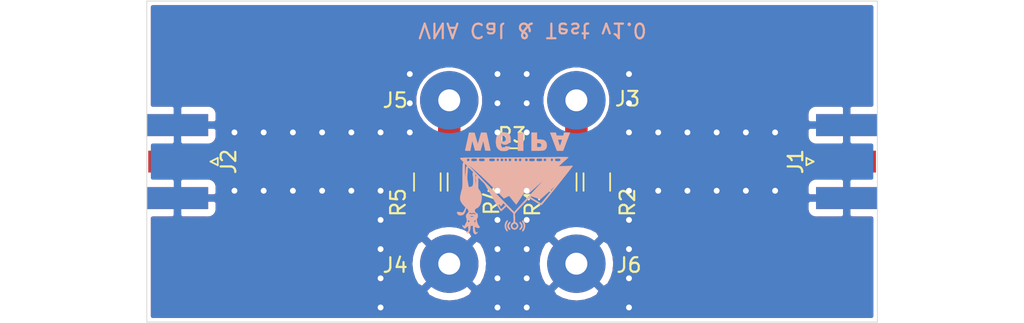
<source format=kicad_pcb>
(kicad_pcb (version 20171130) (host pcbnew "(5.1.4-0)")

  (general
    (thickness 1.6)
    (drawings 6)
    (tracks 65)
    (zones 0)
    (modules 12)
    (nets 4)
  )

  (page A4)
  (layers
    (0 F.Cu signal)
    (31 B.Cu signal)
    (32 B.Adhes user)
    (33 F.Adhes user)
    (34 B.Paste user)
    (35 F.Paste user)
    (36 B.SilkS user)
    (37 F.SilkS user)
    (38 B.Mask user)
    (39 F.Mask user)
    (40 Dwgs.User user)
    (41 Cmts.User user)
    (42 Eco1.User user)
    (43 Eco2.User user)
    (44 Edge.Cuts user)
    (45 Margin user)
    (46 B.CrtYd user)
    (47 F.CrtYd user)
    (48 B.Fab user hide)
    (49 F.Fab user hide)
  )

  (setup
    (last_trace_width 1.54)
    (user_trace_width 1.54)
    (trace_clearance 0.2)
    (zone_clearance 0.254)
    (zone_45_only no)
    (trace_min 0.2)
    (via_size 0.8)
    (via_drill 0.4)
    (via_min_size 0.4)
    (via_min_drill 0.3)
    (uvia_size 0.3)
    (uvia_drill 0.1)
    (uvias_allowed no)
    (uvia_min_size 0.2)
    (uvia_min_drill 0.1)
    (edge_width 0.05)
    (segment_width 0.2)
    (pcb_text_width 0.3)
    (pcb_text_size 1.5 1.5)
    (mod_edge_width 0.12)
    (mod_text_size 1 1)
    (mod_text_width 0.15)
    (pad_size 1.524 1.524)
    (pad_drill 0.762)
    (pad_to_mask_clearance 0.051)
    (solder_mask_min_width 0.25)
    (aux_axis_origin 0 0)
    (visible_elements FFFFFF7F)
    (pcbplotparams
      (layerselection 0x010fc_ffffffff)
      (usegerberextensions false)
      (usegerberattributes false)
      (usegerberadvancedattributes false)
      (creategerberjobfile false)
      (excludeedgelayer true)
      (linewidth 0.100000)
      (plotframeref false)
      (viasonmask false)
      (mode 1)
      (useauxorigin false)
      (hpglpennumber 1)
      (hpglpenspeed 20)
      (hpglpendiameter 15.000000)
      (psnegative false)
      (psa4output false)
      (plotreference true)
      (plotvalue true)
      (plotinvisibletext false)
      (padsonsilk false)
      (subtractmaskfromsilk false)
      (outputformat 1)
      (mirror false)
      (drillshape 0)
      (scaleselection 1)
      (outputdirectory "gerber"))
  )

  (net 0 "")
  (net 1 "Net-(J1-Pad1)")
  (net 2 GND)
  (net 3 "Net-(J2-Pad1)")

  (net_class Default "This is the default net class."
    (clearance 0.2)
    (trace_width 0.25)
    (via_dia 0.8)
    (via_drill 0.4)
    (uvia_dia 0.3)
    (uvia_drill 0.1)
    (add_net GND)
    (add_net "Net-(J1-Pad1)")
    (add_net "Net-(J2-Pad1)")
  )

  (module w6ipa-footprints:SMA_EdgeMount_5mm (layer F.Cu) (tedit 5DD1B072) (tstamp 5DD097AC)
    (at 187.9 84)
    (descr http://suddendocs.samtec.com/prints/sma-j-p-x-st-em1-mkt.pdf)
    (tags SMA)
    (path /5DD04CB6)
    (attr smd)
    (fp_text reference J1 (at -3.5 0 90) (layer F.SilkS)
      (effects (font (size 1 1) (thickness 0.15)))
    )
    (fp_text value Conn_Coaxial (at 5 5.9) (layer F.Fab)
      (effects (font (size 1 1) (thickness 0.15)))
    )
    (fp_text user "PCB Edge" (at 2.6 0 90) (layer Dwgs.User)
      (effects (font (size 0.5 0.5) (thickness 0.1)))
    )
    (fp_line (start 2.1 -3.5) (end 2.1 3.5) (layer Dwgs.User) (width 0.1))
    (fp_line (start 3 4.5) (end 3 4) (layer B.CrtYd) (width 0.05))
    (fp_line (start 12.12 4.5) (end 3 4.5) (layer B.CrtYd) (width 0.05))
    (fp_line (start 3 -4.5) (end 3 -4) (layer B.CrtYd) (width 0.05))
    (fp_line (start 12.12 -4.5) (end 3 -4.5) (layer B.CrtYd) (width 0.05))
    (fp_line (start 3 -4.5) (end 3 -4) (layer F.CrtYd) (width 0.05))
    (fp_line (start 12.12 -4.5) (end 3 -4.5) (layer F.CrtYd) (width 0.05))
    (fp_line (start 3 4.5) (end 3 4) (layer F.CrtYd) (width 0.05))
    (fp_line (start 12.12 4.5) (end 3 4.5) (layer F.CrtYd) (width 0.05))
    (fp_line (start -1.71 3.175) (end 11.62 3.175) (layer F.Fab) (width 0.1))
    (fp_line (start -1.71 2.365) (end -1.71 3.175) (layer F.Fab) (width 0.1))
    (fp_line (start 2.1 2.365) (end -1.71 2.365) (layer F.Fab) (width 0.1))
    (fp_line (start 2.1 -2.365) (end 2.1 2.365) (layer F.Fab) (width 0.1))
    (fp_line (start -1.71 -2.365) (end 2.1 -2.365) (layer F.Fab) (width 0.1))
    (fp_line (start -1.71 -3.175) (end -1.71 -2.365) (layer F.Fab) (width 0.1))
    (fp_line (start -1.71 -3.175) (end 11.62 -3.175) (layer F.Fab) (width 0.1))
    (fp_line (start 11.62 -3.165) (end 11.62 3.165) (layer F.Fab) (width 0.1))
    (fp_line (start -2.6 4) (end -2.6 -4) (layer B.CrtYd) (width 0.05))
    (fp_line (start 3 4) (end -2.6 4) (layer B.CrtYd) (width 0.05))
    (fp_line (start 12.12 -4.5) (end 12.12 4.5) (layer B.CrtYd) (width 0.05))
    (fp_line (start 3 -4) (end -2.6 -4) (layer B.CrtYd) (width 0.05))
    (fp_line (start -2.6 4) (end -2.6 -4) (layer F.CrtYd) (width 0.05))
    (fp_line (start 3 4) (end -2.6 4) (layer F.CrtYd) (width 0.05))
    (fp_line (start 12.12 -4.5) (end 12.12 4.5) (layer F.CrtYd) (width 0.05))
    (fp_line (start 3 -4) (end -2.6 -4) (layer F.CrtYd) (width 0.05))
    (fp_text user %R (at 4.79 0 270) (layer F.Fab)
      (effects (font (size 1 1) (thickness 0.15)))
    )
    (fp_line (start 2.1 -0.75) (end 3.1 0) (layer F.Fab) (width 0.1))
    (fp_line (start 3.1 0) (end 2.1 0.75) (layer F.Fab) (width 0.1))
    (fp_line (start -2.26 0) (end -2.76 -0.25) (layer F.SilkS) (width 0.12))
    (fp_line (start -2.76 -0.25) (end -2.76 0.25) (layer F.SilkS) (width 0.12))
    (fp_line (start -2.76 0.25) (end -2.26 0) (layer F.SilkS) (width 0.12))
    (pad 1 smd rect (at 0.2 0 90) (size 1.5 3.6) (layers F.Cu F.Paste F.Mask)
      (net 1 "Net-(J1-Pad1)"))
    (pad 2 smd rect (at 0 -2.5 90) (size 1.5 4.2) (layers F.Cu F.Paste F.Mask)
      (net 2 GND))
    (pad 2 smd rect (at 0 2.5 90) (size 1.5 4.2) (layers F.Cu F.Paste F.Mask)
      (net 2 GND))
    (pad 2 smd rect (at 0 -2.5 90) (size 1.5 4.2) (layers B.Cu B.Paste B.Mask)
      (net 2 GND))
    (pad 2 smd rect (at 0 2.5 90) (size 1.5 4.2) (layers B.Cu B.Paste B.Mask)
      (net 2 GND))
    (model ${KISYS3DMOD}/Connector_Coaxial.3dshapes/SMA_Samtec_SMA-J-P-H-ST-EM1_EdgeMount.wrl
      (at (xyz 0 0 0))
      (scale (xyz 1 1 1))
      (rotate (xyz 0 0 0))
    )
  )

  (module w6ipa-footprints:SMA_EdgeMount_5mm (layer F.Cu) (tedit 5DD1B072) (tstamp 5DD097CF)
    (at 142.1 84 180)
    (descr http://suddendocs.samtec.com/prints/sma-j-p-x-st-em1-mkt.pdf)
    (tags SMA)
    (path /5DD0460C)
    (attr smd)
    (fp_text reference J2 (at -3.5 0 90) (layer F.SilkS)
      (effects (font (size 1 1) (thickness 0.15)))
    )
    (fp_text value Conn_Coaxial (at 5 5.9) (layer F.Fab)
      (effects (font (size 1 1) (thickness 0.15)))
    )
    (fp_text user "PCB Edge" (at 2.6 0 90) (layer Dwgs.User)
      (effects (font (size 0.5 0.5) (thickness 0.1)))
    )
    (fp_line (start 2.1 -3.5) (end 2.1 3.5) (layer Dwgs.User) (width 0.1))
    (fp_line (start 3 4.5) (end 3 4) (layer B.CrtYd) (width 0.05))
    (fp_line (start 12.12 4.5) (end 3 4.5) (layer B.CrtYd) (width 0.05))
    (fp_line (start 3 -4.5) (end 3 -4) (layer B.CrtYd) (width 0.05))
    (fp_line (start 12.12 -4.5) (end 3 -4.5) (layer B.CrtYd) (width 0.05))
    (fp_line (start 3 -4.5) (end 3 -4) (layer F.CrtYd) (width 0.05))
    (fp_line (start 12.12 -4.5) (end 3 -4.5) (layer F.CrtYd) (width 0.05))
    (fp_line (start 3 4.5) (end 3 4) (layer F.CrtYd) (width 0.05))
    (fp_line (start 12.12 4.5) (end 3 4.5) (layer F.CrtYd) (width 0.05))
    (fp_line (start -1.71 3.175) (end 11.62 3.175) (layer F.Fab) (width 0.1))
    (fp_line (start -1.71 2.365) (end -1.71 3.175) (layer F.Fab) (width 0.1))
    (fp_line (start 2.1 2.365) (end -1.71 2.365) (layer F.Fab) (width 0.1))
    (fp_line (start 2.1 -2.365) (end 2.1 2.365) (layer F.Fab) (width 0.1))
    (fp_line (start -1.71 -2.365) (end 2.1 -2.365) (layer F.Fab) (width 0.1))
    (fp_line (start -1.71 -3.175) (end -1.71 -2.365) (layer F.Fab) (width 0.1))
    (fp_line (start -1.71 -3.175) (end 11.62 -3.175) (layer F.Fab) (width 0.1))
    (fp_line (start 11.62 -3.165) (end 11.62 3.165) (layer F.Fab) (width 0.1))
    (fp_line (start -2.6 4) (end -2.6 -4) (layer B.CrtYd) (width 0.05))
    (fp_line (start 3 4) (end -2.6 4) (layer B.CrtYd) (width 0.05))
    (fp_line (start 12.12 -4.5) (end 12.12 4.5) (layer B.CrtYd) (width 0.05))
    (fp_line (start 3 -4) (end -2.6 -4) (layer B.CrtYd) (width 0.05))
    (fp_line (start -2.6 4) (end -2.6 -4) (layer F.CrtYd) (width 0.05))
    (fp_line (start 3 4) (end -2.6 4) (layer F.CrtYd) (width 0.05))
    (fp_line (start 12.12 -4.5) (end 12.12 4.5) (layer F.CrtYd) (width 0.05))
    (fp_line (start 3 -4) (end -2.6 -4) (layer F.CrtYd) (width 0.05))
    (fp_text user %R (at 4.79 0 270) (layer F.Fab)
      (effects (font (size 1 1) (thickness 0.15)))
    )
    (fp_line (start 2.1 -0.75) (end 3.1 0) (layer F.Fab) (width 0.1))
    (fp_line (start 3.1 0) (end 2.1 0.75) (layer F.Fab) (width 0.1))
    (fp_line (start -2.26 0) (end -2.76 -0.25) (layer F.SilkS) (width 0.12))
    (fp_line (start -2.76 -0.25) (end -2.76 0.25) (layer F.SilkS) (width 0.12))
    (fp_line (start -2.76 0.25) (end -2.26 0) (layer F.SilkS) (width 0.12))
    (pad 1 smd rect (at 0.2 0 270) (size 1.5 3.6) (layers F.Cu F.Paste F.Mask)
      (net 3 "Net-(J2-Pad1)"))
    (pad 2 smd rect (at 0 -2.5 270) (size 1.5 4.2) (layers F.Cu F.Paste F.Mask)
      (net 2 GND))
    (pad 2 smd rect (at 0 2.5 270) (size 1.5 4.2) (layers F.Cu F.Paste F.Mask)
      (net 2 GND))
    (pad 2 smd rect (at 0 -2.5 270) (size 1.5 4.2) (layers B.Cu B.Paste B.Mask)
      (net 2 GND))
    (pad 2 smd rect (at 0 2.5 270) (size 1.5 4.2) (layers B.Cu B.Paste B.Mask)
      (net 2 GND))
    (model ${KISYS3DMOD}/Connector_Coaxial.3dshapes/SMA_Samtec_SMA-J-P-H-ST-EM1_EdgeMount.wrl
      (at (xyz 0 0 0))
      (scale (xyz 1 1 1))
      (rotate (xyz 0 0 0))
    )
  )

  (module w6ipa-footprints:W6IPA-Logo-9mmx8mm (layer B.Cu) (tedit 5CDCD8ED) (tstamp 5DD0D31F)
    (at 165.5 85.25)
    (path /5DD2886B)
    (fp_text reference LOGO1 (at 0 0) (layer B.SilkS) hide
      (effects (font (size 1.524 1.524) (thickness 0.3)) (justify mirror))
    )
    (fp_text value dahu-logo (at 0.75 0) (layer B.SilkS) hide
      (effects (font (size 1.524 1.524) (thickness 0.3)) (justify mirror))
    )
    (fp_poly (pts (xy -0.937887 -1.976536) (xy -0.837257 -2.002417) (xy -0.75763 -2.049036) (xy -0.735246 -2.068625)
      (xy -0.690957 -2.117872) (xy -0.649879 -2.174933) (xy -0.62136 -2.225741) (xy -0.613833 -2.251338)
      (xy -0.63251 -2.260189) (xy -0.679198 -2.270461) (xy -0.6985 -2.273556) (xy -0.804164 -2.289166)
      (xy -0.875514 -2.298725) (xy -0.920218 -2.301604) (xy -0.945946 -2.297176) (xy -0.960368 -2.284814)
      (xy -0.971154 -2.26389) (xy -0.977226 -2.250758) (xy -1.017621 -2.198704) (xy -1.075918 -2.181381)
      (xy -1.135486 -2.189629) (xy -1.186445 -2.224163) (xy -1.226197 -2.299068) (xy -1.254478 -2.413821)
      (xy -1.257021 -2.429803) (xy -1.270797 -2.52069) (xy -1.210308 -2.475968) (xy -1.102007 -2.420384)
      (xy -0.985052 -2.402726) (xy -0.867651 -2.422087) (xy -0.758012 -2.477564) (xy -0.694555 -2.532818)
      (xy -0.636299 -2.610566) (xy -0.603922 -2.698992) (xy -0.592794 -2.811506) (xy -0.592667 -2.827971)
      (xy -0.610934 -2.96238) (xy -0.663839 -3.074655) (xy -0.748538 -3.162338) (xy -0.862184 -3.222971)
      (xy -1.001934 -3.254097) (xy -1.090083 -3.257729) (xy -1.16424 -3.253461) (xy -1.228982 -3.24465)
      (xy -1.248971 -3.23989) (xy -1.374214 -3.18601) (xy -1.471033 -3.107719) (xy -1.540991 -3.002297)
      (xy -1.585651 -2.867028) (xy -1.591028 -2.823895) (xy -1.248833 -2.823895) (xy -1.233929 -2.915623)
      (xy -1.19403 -2.984526) (xy -1.136361 -3.026263) (xy -1.068145 -3.036491) (xy -0.996608 -3.010869)
      (xy -0.970471 -2.991196) (xy -0.935526 -2.93672) (xy -0.920243 -2.861736) (xy -0.923619 -2.780289)
      (xy -0.94465 -2.706425) (xy -0.982336 -2.654191) (xy -0.995137 -2.645671) (xy -1.075193 -2.622341)
      (xy -1.147479 -2.636401) (xy -1.204965 -2.68291) (xy -1.240622 -2.756932) (xy -1.248833 -2.823895)
      (xy -1.591028 -2.823895) (xy -1.606576 -2.699193) (xy -1.608667 -2.614561) (xy -1.601878 -2.455112)
      (xy -1.57981 -2.327817) (xy -1.53991 -2.224451) (xy -1.479623 -2.136793) (xy -1.450659 -2.105711)
      (xy -1.368592 -2.037253) (xy -1.279884 -1.994517) (xy -1.172498 -1.973182) (xy -1.068777 -1.968618)
      (xy -0.937887 -1.976536)) (layer B.SilkS) (width 0.01))
    (fp_poly (pts (xy -3.292181 -2.327757) (xy -3.271002 -2.440433) (xy -3.251944 -2.536195) (xy -3.236427 -2.608333)
      (xy -3.225875 -2.650137) (xy -3.222227 -2.657782) (xy -3.214175 -2.635648) (xy -3.19716 -2.579735)
      (xy -3.17325 -2.497135) (xy -3.144511 -2.394942) (xy -3.125211 -2.324984) (xy -3.036259 -2.00025)
      (xy -2.658279 -2.00025) (xy -2.581509 -2.275417) (xy -2.551462 -2.383152) (xy -2.524092 -2.48136)
      (xy -2.502156 -2.560144) (xy -2.48841 -2.609609) (xy -2.487171 -2.614083) (xy -2.479498 -2.631915)
      (xy -2.470703 -2.628184) (xy -2.459522 -2.59872) (xy -2.444693 -2.539358) (xy -2.424954 -2.445927)
      (xy -2.403819 -2.338917) (xy -2.338036 -2.00025) (xy -2.151572 -1.994109) (xy -2.062586 -1.991875)
      (xy -2.008332 -1.993255) (xy -1.98127 -1.999614) (xy -1.97386 -2.01232) (xy -1.976368 -2.025859)
      (xy -1.98381 -2.056168) (xy -1.998938 -2.121899) (xy -2.020418 -2.21711) (xy -2.046919 -2.335863)
      (xy -2.077106 -2.472217) (xy -2.105926 -2.603254) (xy -2.138362 -2.750918) (xy -2.168333 -2.886872)
      (xy -2.19449 -3.005034) (xy -2.215485 -3.099325) (xy -2.229967 -3.163665) (xy -2.236241 -3.190629)
      (xy -2.244689 -3.213524) (xy -2.261818 -3.227658) (xy -2.296373 -3.23513) (xy -2.357099 -3.238042)
      (xy -2.435565 -3.2385) (xy -2.622874 -3.2385) (xy -2.664539 -3.095625) (xy -2.687473 -3.015845)
      (xy -2.717384 -2.910196) (xy -2.750057 -2.793638) (xy -2.775679 -2.701398) (xy -2.802602 -2.608429)
      (xy -2.826141 -2.535382) (xy -2.843939 -2.488996) (xy -2.853638 -2.476014) (xy -2.854143 -2.477013)
      (xy -2.862489 -2.505397) (xy -2.880075 -2.567447) (xy -2.904899 -2.656015) (xy -2.934956 -2.763956)
      (xy -2.963219 -2.865948) (xy -3.063305 -3.227917) (xy -3.256736 -3.234002) (xy -3.341299 -3.235503)
      (xy -3.407103 -3.234462) (xy -3.444789 -3.23114) (xy -3.450167 -3.22863) (xy -3.454581 -3.205178)
      (xy -3.466878 -3.14681) (xy -3.485643 -3.059906) (xy -3.509458 -2.950848) (xy -3.536908 -2.826018)
      (xy -3.566576 -2.691799) (xy -3.597046 -2.55457) (xy -3.626901 -2.420716) (xy -3.654726 -2.296616)
      (xy -3.679103 -2.188654) (xy -3.698617 -2.103211) (xy -3.711852 -2.046669) (xy -3.716911 -2.026708)
      (xy -3.718357 -2.008973) (xy -3.704544 -1.997981) (xy -3.668002 -1.992159) (xy -3.601263 -1.989932)
      (xy -3.541129 -1.989667) (xy -3.354071 -1.989667) (xy -3.292181 -2.327757)) (layer B.SilkS) (width 0.01))
    (fp_poly (pts (xy 0.275167 -3.2385) (xy -0.105833 -3.2385) (xy -0.105833 -1.989667) (xy 0.275167 -1.989667)
      (xy 0.275167 -3.2385)) (layer B.SilkS) (width 0.01))
    (fp_poly (pts (xy 1.387376 -1.991047) (xy 1.51733 -1.99624) (xy 1.616679 -2.006827) (xy 1.691259 -2.024387)
      (xy 1.746904 -2.050499) (xy 1.789451 -2.086743) (xy 1.824734 -2.134699) (xy 1.837603 -2.156592)
      (xy 1.875973 -2.26149) (xy 1.886036 -2.378884) (xy 1.869037 -2.495392) (xy 1.826217 -2.597632)
      (xy 1.792465 -2.642553) (xy 1.734963 -2.693892) (xy 1.668442 -2.729287) (xy 1.58321 -2.751951)
      (xy 1.46958 -2.765099) (xy 1.412875 -2.768469) (xy 1.2065 -2.778493) (xy 1.2065 -3.2385)
      (xy 0.8255 -3.2385) (xy 0.8255 -2.518833) (xy 1.2065 -2.518833) (xy 1.289789 -2.518833)
      (xy 1.360065 -2.51339) (xy 1.421992 -2.500075) (xy 1.42794 -2.497974) (xy 1.483302 -2.456941)
      (xy 1.507725 -2.394397) (xy 1.498807 -2.328764) (xy 1.475831 -2.283481) (xy 1.442287 -2.257745)
      (xy 1.387009 -2.246329) (xy 1.317625 -2.243991) (xy 1.2065 -2.243667) (xy 1.2065 -2.518833)
      (xy 0.8255 -2.518833) (xy 0.8255 -1.989667) (xy 1.220984 -1.989667) (xy 1.387376 -1.991047)) (layer B.SilkS) (width 0.01))
    (fp_poly (pts (xy 3.232113 -2.614083) (xy 3.466055 -3.2385) (xy 3.056003 -3.2385) (xy 3.028701 -3.131972)
      (xy 3.001398 -3.025444) (xy 2.776658 -3.03143) (xy 2.551919 -3.037417) (xy 2.523562 -3.137958)
      (xy 2.495206 -3.2385) (xy 2.096118 -3.2385) (xy 2.135233 -3.137958) (xy 2.153275 -3.090837)
      (xy 2.183661 -3.010633) (xy 2.223915 -2.903916) (xy 2.271562 -2.777258) (xy 2.289411 -2.72971)
      (xy 2.651771 -2.72971) (xy 2.661284 -2.74397) (xy 2.693915 -2.750166) (xy 2.758253 -2.751643)
      (xy 2.779081 -2.751667) (xy 2.915182 -2.751667) (xy 2.850337 -2.54002) (xy 2.822685 -2.454828)
      (xy 2.798366 -2.389143) (xy 2.780398 -2.350582) (xy 2.772739 -2.344229) (xy 2.760173 -2.372744)
      (xy 2.738231 -2.436452) (xy 2.708731 -2.529717) (xy 2.673486 -2.646904) (xy 2.656787 -2.704042)
      (xy 2.651771 -2.72971) (xy 2.289411 -2.72971) (xy 2.324127 -2.63723) (xy 2.370473 -2.513542)
      (xy 2.566597 -1.989667) (xy 2.99817 -1.989667) (xy 3.232113 -2.614083)) (layer B.SilkS) (width 0.01))
    (fp_poly (pts (xy -2.96119 3.723333) (xy -2.90906 3.67428) (xy -2.89036 3.650824) (xy -2.850488 3.595012)
      (xy -2.839347 3.568784) (xy -2.856941 3.570631) (xy -2.89052 3.590528) (xy -2.931531 3.613102)
      (xy -2.958024 3.609969) (xy -2.976744 3.593995) (xy -3.007472 3.541902) (xy -3.031346 3.460274)
      (xy -3.045244 3.361745) (xy -3.047495 3.307632) (xy -3.048 3.218013) (xy -2.968625 3.257751)
      (xy -2.872045 3.299236) (xy -2.801797 3.312671) (xy -2.753119 3.298732) (xy -2.742614 3.289924)
      (xy -2.71379 3.247907) (xy -2.720005 3.206893) (xy -2.761538 3.157941) (xy -2.806647 3.097031)
      (xy -2.849987 3.006831) (xy -2.886346 2.900243) (xy -2.910509 2.79017) (xy -2.910716 2.788803)
      (xy -2.916729 2.720551) (xy -2.906726 2.673514) (xy -2.880931 2.633321) (xy -2.853023 2.576355)
      (xy -2.840165 2.504029) (xy -2.841168 2.427559) (xy -2.854846 2.35816) (xy -2.880011 2.307048)
      (xy -2.915475 2.285438) (xy -2.917779 2.285327) (xy -2.977592 2.264704) (xy -3.022656 2.211793)
      (xy -3.039834 2.162791) (xy -3.046612 2.076546) (xy -3.023307 2.015604) (xy -2.965477 1.971581)
      (xy -2.930417 1.956346) (xy -2.821448 1.892314) (xy -2.729748 1.790968) (xy -2.656372 1.654102)
      (xy -2.602375 1.483506) (xy -2.578607 1.358359) (xy -2.569482 1.168798) (xy -2.59739 0.985428)
      (xy -2.660397 0.815642) (xy -2.756567 0.666834) (xy -2.761078 0.66142) (xy -2.78038 0.637312)
      (xy -2.794439 0.613232) (xy -2.804085 0.582391) (xy -2.81015 0.538002) (xy -2.813464 0.473278)
      (xy -2.814858 0.38143) (xy -2.815163 0.25567) (xy -2.815167 0.219573) (xy -2.815167 -0.157993)
      (xy -2.597638 0.058795) (xy -2.38011 0.275583) (xy -1.842905 1.208645) (xy -1.737773 1.390463)
      (xy -1.638273 1.56103) (xy -1.634995 1.566597) (xy -1.507538 1.566597) (xy -1.497496 1.571116)
      (xy -1.46595 1.602343) (xy -1.409621 1.662241) (xy -1.393965 1.679045) (xy -1.259417 1.823506)
      (xy -1.177719 1.713525) (xy -1.096021 1.603543) (xy -1.030062 1.669502) (xy -0.964103 1.735462)
      (xy -1.100565 1.873148) (xy -1.161675 1.933572) (xy -1.211465 1.980502) (xy -1.242659 2.007189)
      (xy -1.249005 2.010833) (xy -1.265275 1.992629) (xy -1.29913 1.940255) (xy -1.348566 1.857071)
      (xy -1.411581 1.746436) (xy -1.476239 1.629833) (xy -1.499359 1.586824) (xy -1.507538 1.566597)
      (xy -1.634995 1.566597) (xy -1.546515 1.716835) (xy -1.464611 1.854363) (xy -1.394671 1.9701)
      (xy -1.338806 2.060534) (xy -1.299126 2.12215) (xy -1.277743 2.151434) (xy -1.275409 2.153331)
      (xy -1.246349 2.143809) (xy -1.193387 2.104908) (xy -1.120102 2.039455) (xy -1.071958 1.992692)
      (xy -0.898796 1.82043) (xy -0.655773 2.064113) (xy -0.41275 2.307795) (xy -0.405474 2.614398)
      (xy -0.403214 2.736935) (xy -0.403493 2.822998) (xy -0.406737 2.878393) (xy -0.413371 2.908926)
      (xy -0.423822 2.920404) (xy -0.427972 2.921) (xy -0.460628 2.935283) (xy -0.504874 2.970791)
      (xy -0.517042 2.982891) (xy -0.571612 3.066617) (xy -0.589792 3.158085) (xy -0.58386 3.191863)
      (xy -0.482733 3.191863) (xy -0.481325 3.127335) (xy -0.452913 3.070181) (xy -0.404843 3.027747)
      (xy -0.344462 3.00738) (xy -0.279115 3.016425) (xy -0.236081 3.042708) (xy -0.19737 3.09228)
      (xy -0.178658 3.137426) (xy -0.176213 3.182172) (xy -0.197512 3.224144) (xy -0.231205 3.261295)
      (xy -0.28074 3.303736) (xy -0.321932 3.317715) (xy -0.355075 3.313842) (xy -0.413026 3.287367)
      (xy -0.449792 3.256419) (xy -0.482733 3.191863) (xy -0.58386 3.191863) (xy -0.573985 3.248081)
      (xy -0.52659 3.327393) (xy -0.450011 3.38681) (xy -0.407161 3.404445) (xy -0.345292 3.420489)
      (xy -0.298977 3.418287) (xy -0.244897 3.396367) (xy -0.239827 3.393862) (xy -0.148323 3.329675)
      (xy -0.093404 3.247609) (xy -0.077036 3.153241) (xy -0.098072 3.05128) (xy -0.154715 2.972081)
      (xy -0.223286 2.926827) (xy -0.296333 2.891993) (xy -0.296334 2.665726) (xy -0.29739 2.565335)
      (xy -0.300241 2.474903) (xy -0.304406 2.406492) (xy -0.307762 2.378604) (xy -0.308855 2.35999)
      (xy -0.303462 2.338265) (xy -0.288827 2.310028) (xy -0.262194 2.271878) (xy -0.220807 2.220413)
      (xy -0.161909 2.152232) (xy -0.082743 2.063933) (xy 0.019446 1.952115) (xy 0.147414 1.813375)
      (xy 0.170344 1.788583) (xy 0.28629 1.663837) (xy 0.393329 1.549798) (xy 0.488047 1.450016)
      (xy 0.567032 1.368041) (xy 0.626868 1.307423) (xy 0.664144 1.271712) (xy 0.675335 1.263424)
      (xy 0.697266 1.275033) (xy 0.750001 1.305285) (xy 0.828082 1.350977) (xy 0.92605 1.408907)
      (xy 1.038448 1.475872) (xy 1.088066 1.505574) (xy 1.223832 1.586221) (xy 1.328174 1.646274)
      (xy 1.405381 1.687872) (xy 1.459738 1.713159) (xy 1.495532 1.724274) (xy 1.517051 1.723359)
      (xy 1.520545 1.721601) (xy 1.542359 1.699816) (xy 1.587531 1.648214) (xy 1.653619 1.569852)
      (xy 1.738182 1.467791) (xy 1.83878 1.34509) (xy 1.952973 1.204807) (xy 2.078319 1.050003)
      (xy 2.212377 0.883736) (xy 2.352708 0.709065) (xy 2.49687 0.529051) (xy 2.642422 0.346751)
      (xy 2.786923 0.165225) (xy 2.927934 -0.012467) (xy 3.063013 -0.183267) (xy 3.189719 -0.344115)
      (xy 3.305612 -0.491952) (xy 3.408251 -0.623718) (xy 3.495196 -0.736356) (xy 3.564004 -0.826804)
      (xy 3.612237 -0.892005) (xy 3.637452 -0.928899) (xy 3.640667 -0.935745) (xy 3.634957 -0.962312)
      (xy 3.61013 -0.970589) (xy 3.561292 -0.965944) (xy 3.514733 -0.961595) (xy 3.434343 -0.956562)
      (xy 3.328608 -0.951276) (xy 3.206015 -0.946166) (xy 3.090333 -0.942136) (xy 2.69875 -0.929771)
      (xy 2.8575 -1.077755) (xy 2.946993 -1.160439) (xy 3.05087 -1.255294) (xy 3.151762 -1.346493)
      (xy 3.189363 -1.380161) (xy 3.259537 -1.444008) (xy 3.316338 -1.498061) (xy 3.353213 -1.53593)
      (xy 3.363988 -1.550458) (xy 3.344559 -1.554642) (xy 3.290703 -1.558339) (xy 3.210324 -1.561471)
      (xy 3.111328 -1.563958) (xy 3.001619 -1.565721) (xy 2.8891 -1.566679) (xy 2.781678 -1.566754)
      (xy 2.687256 -1.565865) (xy 2.613739 -1.563934) (xy 2.569031 -1.560881) (xy 2.559403 -1.558553)
      (xy 2.537613 -1.557597) (xy 2.475766 -1.556509) (xy 2.376141 -1.555304) (xy 2.241013 -1.553995)
      (xy 2.07266 -1.552596) (xy 1.873358 -1.551124) (xy 1.645385 -1.549591) (xy 1.391018 -1.548012)
      (xy 1.112533 -1.546402) (xy 0.812207 -1.544775) (xy 0.492317 -1.543145) (xy 0.155141 -1.541527)
      (xy -0.197046 -1.539936) (xy -0.561965 -1.538385) (xy -0.751417 -1.537617) (xy -1.190314 -1.535843)
      (xy -1.588815 -1.534168) (xy -1.948854 -1.532562) (xy -2.272368 -1.530998) (xy -2.561293 -1.529448)
      (xy -2.817564 -1.527883) (xy -3.043118 -1.526277) (xy -3.239891 -1.524601) (xy -3.409818 -1.522826)
      (xy -3.554835 -1.520926) (xy -3.67688 -1.518872) (xy -3.777886 -1.516635) (xy -3.859791 -1.514189)
      (xy -3.924531 -1.511505) (xy -3.97404 -1.508555) (xy -4.010256 -1.505312) (xy -4.035115 -1.501746)
      (xy -4.050551 -1.497831) (xy -4.058502 -1.493538) (xy -4.060776 -1.489803) (xy -4.049539 -1.458427)
      (xy -4.011066 -1.405213) (xy -3.97567 -1.36525) (xy -3.598333 -1.36525) (xy -3.580568 -1.424094)
      (xy -3.53274 -1.456628) (xy -3.503083 -1.4605) (xy -3.45451 -1.449037) (xy -3.433233 -1.4351)
      (xy -3.407259 -1.384513) (xy -3.409678 -1.36525) (xy -3.302 -1.36525) (xy -3.293371 -1.411001)
      (xy -3.263147 -1.440068) (xy -3.204827 -1.455529) (xy -3.111909 -1.460466) (xy -3.100917 -1.4605)
      (xy -3.015422 -1.456901) (xy -2.952727 -1.447116) (xy -2.925233 -1.4351) (xy -2.904027 -1.393834)
      (xy -2.899833 -1.36525) (xy -2.772833 -1.36525) (xy -2.764204 -1.411001) (xy -2.73398 -1.440068)
      (xy -2.67566 -1.455529) (xy -2.582742 -1.460466) (xy -2.57175 -1.4605) (xy -2.486256 -1.456901)
      (xy -2.42356 -1.447116) (xy -2.396067 -1.4351) (xy -2.37486 -1.393834) (xy -2.370667 -1.36525)
      (xy -2.074333 -1.36525) (xy -2.065704 -1.411001) (xy -2.03548 -1.440068) (xy -1.97716 -1.455529)
      (xy -1.884242 -1.460466) (xy -1.87325 -1.4605) (xy -1.787756 -1.456901) (xy -1.72506 -1.447116)
      (xy -1.697567 -1.4351) (xy -1.67636 -1.393834) (xy -1.673814 -1.376475) (xy -1.562455 -1.376475)
      (xy -1.545966 -1.425033) (xy -1.507813 -1.456004) (xy -1.481667 -1.4605) (xy -1.436877 -1.445234)
      (xy -1.419134 -1.429915) (xy -1.398922 -1.381339) (xy -1.401422 -1.36525) (xy -1.291167 -1.36525)
      (xy -1.279704 -1.413824) (xy -1.265767 -1.4351) (xy -1.224501 -1.456306) (xy -1.195917 -1.4605)
      (xy -1.147343 -1.449037) (xy -1.126067 -1.4351) (xy -1.10486 -1.393834) (xy -1.102314 -1.376475)
      (xy -1.012122 -1.376475) (xy -0.995633 -1.425033) (xy -0.957479 -1.456004) (xy -0.931333 -1.4605)
      (xy -0.886543 -1.445234) (xy -0.8688 -1.429915) (xy -0.848588 -1.381339) (xy -0.851088 -1.36525)
      (xy -0.740833 -1.36525) (xy -0.729371 -1.413824) (xy -0.715433 -1.4351) (xy -0.674167 -1.456306)
      (xy -0.645583 -1.4605) (xy -0.59701 -1.449037) (xy -0.575733 -1.4351) (xy -0.554527 -1.393834)
      (xy -0.550333 -1.36525) (xy -0.338667 -1.36525) (xy -0.327204 -1.413824) (xy -0.313267 -1.4351)
      (xy -0.272001 -1.456306) (xy -0.243417 -1.4605) (xy -0.194843 -1.449037) (xy -0.173567 -1.4351)
      (xy -0.15236 -1.393834) (xy -0.148167 -1.36525) (xy -0.042333 -1.36525) (xy -0.030871 -1.413824)
      (xy -0.016933 -1.4351) (xy 0.024333 -1.456306) (xy 0.052917 -1.4605) (xy 0.10149 -1.449037)
      (xy 0.122767 -1.4351) (xy 0.143973 -1.393834) (xy 0.148167 -1.36525) (xy 0.381 -1.36525)
      (xy 0.392463 -1.413824) (xy 0.4064 -1.4351) (xy 0.447666 -1.456306) (xy 0.47625 -1.4605)
      (xy 0.524824 -1.449037) (xy 0.5461 -1.4351) (xy 0.567306 -1.393834) (xy 0.5715 -1.36525)
      (xy 0.656167 -1.36525) (xy 0.664796 -1.411001) (xy 0.69502 -1.440068) (xy 0.75334 -1.455529)
      (xy 0.846258 -1.460466) (xy 0.85725 -1.4605) (xy 0.942744 -1.456901) (xy 1.00544 -1.447116)
      (xy 1.032933 -1.4351) (xy 1.05414 -1.393834) (xy 1.058333 -1.36525) (xy 1.164167 -1.36525)
      (xy 1.172796 -1.411001) (xy 1.20302 -1.440068) (xy 1.26134 -1.455529) (xy 1.354258 -1.460466)
      (xy 1.36525 -1.4605) (xy 1.450744 -1.456901) (xy 1.51344 -1.447116) (xy 1.540933 -1.4351)
      (xy 1.56214 -1.393834) (xy 1.566333 -1.36525) (xy 1.651 -1.36525) (xy 1.668766 -1.424094)
      (xy 1.716593 -1.456628) (xy 1.74625 -1.4605) (xy 1.794824 -1.449037) (xy 1.8161 -1.4351)
      (xy 1.842075 -1.384513) (xy 1.841066 -1.376475) (xy 2.141712 -1.376475) (xy 2.158201 -1.425033)
      (xy 2.196354 -1.456004) (xy 2.2225 -1.4605) (xy 2.26729 -1.445234) (xy 2.285033 -1.429915)
      (xy 2.305245 -1.381339) (xy 2.302745 -1.36525) (xy 2.434167 -1.36525) (xy 2.443594 -1.41225)
      (xy 2.476102 -1.441672) (xy 2.538032 -1.456686) (xy 2.624667 -1.4605) (xy 2.704664 -1.456708)
      (xy 2.764515 -1.446585) (xy 2.789767 -1.4351) (xy 2.810973 -1.393834) (xy 2.815167 -1.36525)
      (xy 2.805739 -1.31825) (xy 2.773231 -1.288828) (xy 2.711301 -1.273814) (xy 2.624667 -1.27)
      (xy 2.530666 -1.274713) (xy 2.471822 -1.290967) (xy 2.441795 -1.321933) (xy 2.434167 -1.36525)
      (xy 2.302745 -1.36525) (xy 2.297496 -1.331471) (xy 2.269314 -1.29143) (xy 2.228227 -1.272335)
      (xy 2.185458 -1.282853) (xy 2.14982 -1.324393) (xy 2.141712 -1.376475) (xy 1.841066 -1.376475)
      (xy 1.835325 -1.330763) (xy 1.801797 -1.287908) (xy 1.747438 -1.270007) (xy 1.74625 -1.27)
      (xy 1.687406 -1.287766) (xy 1.654872 -1.335593) (xy 1.651 -1.36525) (xy 1.566333 -1.36525)
      (xy 1.557704 -1.319499) (xy 1.52748 -1.290432) (xy 1.46916 -1.27497) (xy 1.376242 -1.270033)
      (xy 1.36525 -1.27) (xy 1.268664 -1.274088) (xy 1.207301 -1.288404) (xy 1.17466 -1.316029)
      (xy 1.164237 -1.360043) (xy 1.164167 -1.36525) (xy 1.058333 -1.36525) (xy 1.049704 -1.319499)
      (xy 1.01948 -1.290432) (xy 0.96116 -1.27497) (xy 0.868242 -1.270033) (xy 0.85725 -1.27)
      (xy 0.760664 -1.274088) (xy 0.699301 -1.288404) (xy 0.66666 -1.316029) (xy 0.656237 -1.360043)
      (xy 0.656167 -1.36525) (xy 0.5715 -1.36525) (xy 0.560037 -1.316676) (xy 0.5461 -1.2954)
      (xy 0.504834 -1.274193) (xy 0.47625 -1.27) (xy 0.427676 -1.281463) (xy 0.4064 -1.2954)
      (xy 0.385193 -1.336666) (xy 0.381 -1.36525) (xy 0.148167 -1.36525) (xy 0.136704 -1.316676)
      (xy 0.122767 -1.2954) (xy 0.0815 -1.274193) (xy 0.052917 -1.27) (xy 0.004343 -1.281463)
      (xy -0.016933 -1.2954) (xy -0.03814 -1.336666) (xy -0.042333 -1.36525) (xy -0.148167 -1.36525)
      (xy -0.15963 -1.316676) (xy -0.173567 -1.2954) (xy -0.214833 -1.274193) (xy -0.243417 -1.27)
      (xy -0.291991 -1.281463) (xy -0.313267 -1.2954) (xy -0.334473 -1.336666) (xy -0.338667 -1.36525)
      (xy -0.550333 -1.36525) (xy -0.561796 -1.316676) (xy -0.575733 -1.2954) (xy -0.617 -1.274193)
      (xy -0.645583 -1.27) (xy -0.694157 -1.281463) (xy -0.715433 -1.2954) (xy -0.73664 -1.336666)
      (xy -0.740833 -1.36525) (xy -0.851088 -1.36525) (xy -0.856338 -1.331471) (xy -0.88452 -1.29143)
      (xy -0.925606 -1.272335) (xy -0.968375 -1.282853) (xy -1.004013 -1.324393) (xy -1.012122 -1.376475)
      (xy -1.102314 -1.376475) (xy -1.100667 -1.36525) (xy -1.11213 -1.316676) (xy -1.126067 -1.2954)
      (xy -1.167333 -1.274193) (xy -1.195917 -1.27) (xy -1.244491 -1.281463) (xy -1.265767 -1.2954)
      (xy -1.286973 -1.336666) (xy -1.291167 -1.36525) (xy -1.401422 -1.36525) (xy -1.406671 -1.331471)
      (xy -1.434853 -1.29143) (xy -1.47594 -1.272335) (xy -1.518708 -1.282853) (xy -1.554347 -1.324393)
      (xy -1.562455 -1.376475) (xy -1.673814 -1.376475) (xy -1.672167 -1.36525) (xy -1.680796 -1.319499)
      (xy -1.71102 -1.290432) (xy -1.76934 -1.27497) (xy -1.862258 -1.270033) (xy -1.87325 -1.27)
      (xy -1.969836 -1.274088) (xy -2.031199 -1.288404) (xy -2.06384 -1.316029) (xy -2.074263 -1.360043)
      (xy -2.074333 -1.36525) (xy -2.370667 -1.36525) (xy -2.379296 -1.319499) (xy -2.40952 -1.290432)
      (xy -2.46784 -1.27497) (xy -2.560758 -1.270033) (xy -2.57175 -1.27) (xy -2.668336 -1.274088)
      (xy -2.729699 -1.288404) (xy -2.76234 -1.316029) (xy -2.772763 -1.360043) (xy -2.772833 -1.36525)
      (xy -2.899833 -1.36525) (xy -2.908463 -1.319499) (xy -2.938687 -1.290432) (xy -2.997007 -1.27497)
      (xy -3.089925 -1.270033) (xy -3.100917 -1.27) (xy -3.197503 -1.274088) (xy -3.258865 -1.288404)
      (xy -3.291507 -1.316029) (xy -3.30193 -1.360043) (xy -3.302 -1.36525) (xy -3.409678 -1.36525)
      (xy -3.414009 -1.330763) (xy -3.447537 -1.287908) (xy -3.501895 -1.270007) (xy -3.503083 -1.27)
      (xy -3.561927 -1.287766) (xy -3.594461 -1.335593) (xy -3.598333 -1.36525) (xy -3.97567 -1.36525)
      (xy -3.94996 -1.336224) (xy -3.923193 -1.308578) (xy -3.865885 -1.248555) (xy -3.826535 -1.203173)
      (xy -3.809712 -1.177991) (xy -3.813669 -1.175313) (xy -3.833369 -1.179808) (xy -3.849616 -1.174758)
      (xy -3.862739 -1.156628) (xy -3.873065 -1.121884) (xy -3.880922 -1.066989) (xy -3.886638 -0.988409)
      (xy -3.890541 -0.88261) (xy -3.892959 -0.746056) (xy -3.893689 -0.647036) (xy -3.725333 -0.647036)
      (xy -3.725333 -1.110627) (xy -3.637992 -1.023286) (xy -3.618335 -1.000976) (xy -3.468728 -1.000976)
      (xy -3.466508 -1.003084) (xy -3.435704 -0.979752) (xy -3.379426 -0.933603) (xy -3.300783 -0.867261)
      (xy -3.202885 -0.783348) (xy -3.088842 -0.684487) (xy -2.963333 -0.57468) (xy -2.645265 -0.2884)
      (xy -2.313348 0.023904) (xy -1.96392 0.36572) (xy -1.731601 0.599353) (xy -1.060786 1.280583)
      (xy -0.881581 1.191741) (xy -0.702376 1.102898) (xy -0.46776 1.398116) (xy -0.391407 1.493029)
      (xy -0.323626 1.575094) (xy -0.268913 1.639042) (xy -0.231766 1.679605) (xy -0.217113 1.691767)
      (xy -0.20179 1.674353) (xy -0.166484 1.625954) (xy -0.11429 1.551076) (xy -0.048303 1.454223)
      (xy 0.028381 1.339901) (xy 0.112667 1.212615) (xy 0.125835 1.19259) (xy 0.452753 0.694979)
      (xy 0.524046 0.836394) (xy 0.560767 0.907993) (xy 0.585047 0.947554) (xy 0.603486 0.960847)
      (xy 0.622684 0.953644) (xy 0.641044 0.938697) (xy 0.667886 0.914934) (xy 0.721759 0.866591)
      (xy 0.798359 0.797551) (xy 0.893383 0.711701) (xy 1.002529 0.612926) (xy 1.121492 0.505109)
      (xy 1.163583 0.466927) (xy 1.278942 0.362621) (xy 1.38076 0.271272) (xy 1.465812 0.195714)
      (xy 1.530875 0.138781) (xy 1.572728 0.103305) (xy 1.588146 0.09212) (xy 1.584945 0.096511)
      (xy 1.539623 0.146785) (xy 1.471774 0.22126) (xy 1.384258 0.316845) (xy 1.279932 0.430452)
      (xy 1.161655 0.558991) (xy 1.032286 0.699373) (xy 0.894682 0.84851) (xy 0.751702 1.003312)
      (xy 0.606206 1.16069) (xy 0.602425 1.164777) (xy 0.766123 1.164777) (xy 0.767046 1.150595)
      (xy 0.769682 1.147413) (xy 0.786545 1.138452) (xy 0.815623 1.138005) (xy 0.862901 1.147476)
      (xy 0.934363 1.16827) (xy 1.035991 1.201792) (xy 1.110794 1.227509) (xy 1.219625 1.264114)
      (xy 1.315106 1.294092) (xy 1.38981 1.315278) (xy 1.436312 1.325507) (xy 1.447314 1.325622)
      (xy 1.468444 1.309215) (xy 1.516682 1.267822) (xy 1.587944 1.205075) (xy 1.678142 1.124605)
      (xy 1.783191 1.030043) (xy 1.899004 0.925023) (xy 1.93675 0.890639) (xy 2.054117 0.783788)
      (xy 2.161035 0.686783) (xy 2.253608 0.603136) (xy 2.327938 0.536354) (xy 2.380128 0.489948)
      (xy 2.406279 0.467426) (xy 2.408539 0.465833) (xy 2.397209 0.481637) (xy 2.362253 0.526635)
      (xy 2.30664 0.597089) (xy 2.233344 0.68926) (xy 2.145335 0.79941) (xy 2.045586 0.9238)
      (xy 1.953908 1.037787) (xy 1.84548 1.171446) (xy 1.744796 1.293689) (xy 1.655042 1.400792)
      (xy 1.579403 1.489029) (xy 1.521067 1.554676) (xy 1.483218 1.594009) (xy 1.46962 1.603995)
      (xy 1.444871 1.591705) (xy 1.389891 1.56098) (xy 1.310681 1.515284) (xy 1.213238 1.45808)
      (xy 1.103562 1.392833) (xy 1.093703 1.386929) (xy 0.970569 1.312483) (xy 0.880241 1.255999)
      (xy 0.818723 1.214524) (xy 0.782016 1.185101) (xy 0.766123 1.164777) (xy 0.602425 1.164777)
      (xy 0.46105 1.317554) (xy 0.319094 1.470816) (xy 0.183196 1.617386) (xy 0.056215 1.754176)
      (xy -0.058991 1.878095) (xy -0.159564 1.986056) (xy -0.242645 2.074969) (xy -0.305376 2.141744)
      (xy -0.344897 2.183292) (xy -0.358291 2.196578) (xy -0.374367 2.182428) (xy -0.41751 2.140252)
      (xy -0.485367 2.072468) (xy -0.575588 1.981493) (xy -0.685821 1.869743) (xy -0.813716 1.739635)
      (xy -0.95692 1.593587) (xy -1.113084 1.434015) (xy -1.279856 1.263337) (xy -1.454884 1.083969)
      (xy -1.635818 0.898328) (xy -1.820306 0.708832) (xy -2.005997 0.517898) (xy -2.19054 0.327942)
      (xy -2.371585 0.141381) (xy -2.546779 -0.039367) (xy -2.713771 -0.211885) (xy -2.870212 -0.373758)
      (xy -3.013748 -0.522566) (xy -3.14203 -0.655895) (xy -3.252706 -0.771325) (xy -3.343424 -0.866442)
      (xy -3.411834 -0.938827) (xy -3.455585 -0.986063) (xy -3.468728 -1.000976) (xy -3.618335 -1.000976)
      (xy -3.590583 -0.969481) (xy -3.566273 -0.92805) (xy -3.565794 -0.911445) (xy -3.58793 -0.898084)
      (xy -3.609302 -0.910486) (xy -3.621323 -0.917351) (xy -3.631244 -0.912629) (xy -3.639883 -0.891569)
      (xy -3.648059 -0.849418) (xy -3.656591 -0.781425) (xy -3.666298 -0.682838) (xy -3.677998 -0.548907)
      (xy -3.684068 -0.476604) (xy -3.693283 -0.37343) (xy -3.702204 -0.286468) (xy -3.709907 -0.223902)
      (xy -3.715468 -0.193914) (xy -3.71616 -0.192618) (xy -3.718825 -0.210024) (xy -3.721186 -0.263867)
      (xy -3.723123 -0.34825) (xy -3.724518 -0.457276) (xy -3.725251 -0.585051) (xy -3.725333 -0.647036)
      (xy -3.893689 -0.647036) (xy -3.894219 -0.575212) (xy -3.89465 -0.366543) (xy -3.894667 -0.302101)
      (xy -3.894707 -0.127283) (xy -3.563657 -0.127283) (xy -3.561511 -0.205862) (xy -3.557428 -0.305166)
      (xy -3.551915 -0.416214) (xy -3.545482 -0.530026) (xy -3.538635 -0.637623) (xy -3.531884 -0.730025)
      (xy -3.525737 -0.798252) (xy -3.520701 -0.833323) (xy -3.520621 -0.833604) (xy -3.511026 -0.846587)
      (xy -3.491077 -0.841678) (xy -3.455905 -0.815395) (xy -3.400639 -0.764259) (xy -3.340283 -0.704712)
      (xy -3.171537 -0.535966) (xy -3.194492 -0.450721) (xy -3.204489 -0.390407) (xy -3.026833 -0.390407)
      (xy -2.980544 -0.344117) (xy -2.950202 -0.309551) (xy -2.949092 -0.285174) (xy -2.96996 -0.258372)
      (xy -3.001496 -0.197382) (xy -2.9983 -0.119298) (xy -2.983036 -0.070231) (xy -2.971585 -0.004791)
      (xy -2.972035 0.097829) (xy -2.977422 0.169272) (xy -2.99444 0.34925) (xy -3.00815 0.137583)
      (xy -3.014667 0.023764) (xy -3.020153 -0.096158) (xy -3.023711 -0.201708) (xy -3.024347 -0.232245)
      (xy -3.026833 -0.390407) (xy -3.204489 -0.390407) (xy -3.206488 -0.37835) (xy -3.196668 -0.309761)
      (xy -3.18564 -0.275326) (xy -3.170068 -0.205087) (xy -3.159766 -0.105602) (xy -3.154997 0.010337)
      (xy -3.156026 0.12994) (xy -3.163117 0.240414) (xy -3.173459 0.314281) (xy -3.198078 0.396768)
      (xy -3.239103 0.447058) (xy -3.306078 0.473655) (xy -3.361227 0.48164) (xy -3.465949 0.491702)
      (xy -3.51304 0.236235) (xy -3.531725 0.13153) (xy -3.547474 0.036998) (xy -3.558596 -0.036774)
      (xy -3.563357 -0.078408) (xy -3.563657 -0.127283) (xy -3.894707 -0.127283) (xy -3.894715 -0.096818)
      (xy -3.895041 0.071047) (xy -3.895918 0.206408) (xy -3.897618 0.314179) (xy -3.900413 0.399276)
      (xy -3.904576 0.466614) (xy -3.91038 0.521106) (xy -3.918096 0.567668) (xy -3.927997 0.611214)
      (xy -3.940356 0.656659) (xy -3.949589 0.688694) (xy -3.996648 0.865024) (xy -4.032511 1.028771)
      (xy -4.055513 1.171218) (xy -4.063987 1.283647) (xy -4.064 1.287433) (xy -4.043735 1.407667)
      (xy -3.983183 1.539005) (xy -3.882715 1.680751) (xy -3.816633 1.756383) (xy -3.684613 1.898977)
      (xy -3.754564 2.044863) (xy -3.799807 2.136097) (xy -3.83697 2.194401) (xy -3.875752 2.225265)
      (xy -3.925857 2.234176) (xy -3.996984 2.226624) (xy -4.05687 2.215899) (xy -4.163312 2.199058)
      (xy -4.232928 2.197002) (xy -4.269322 2.211966) (xy -4.276099 2.246185) (xy -4.256863 2.301897)
      (xy -4.242511 2.331052) (xy -4.186114 2.397388) (xy -4.104962 2.435498) (xy -4.007 2.444037)
      (xy -3.900177 2.421662) (xy -3.84543 2.398211) (xy -3.795106 2.353898) (xy -3.744357 2.275693)
      (xy -3.697552 2.171769) (xy -3.659054 2.050296) (xy -3.658607 2.048561) (xy -3.641258 1.990315)
      (xy -3.625701 1.953721) (xy -3.619459 1.947333) (xy -3.597923 1.961245) (xy -3.559939 1.996066)
      (xy -3.545144 2.011119) (xy -3.493575 2.088479) (xy -3.482408 2.166935) (xy -3.511524 2.240912)
      (xy -3.550956 2.28309) (xy -3.560428 2.293966) (xy -3.447861 2.293966) (xy -3.446694 2.292399)
      (xy -3.404996 2.270084) (xy -3.34701 2.266708) (xy -3.294379 2.282417) (xy -3.282421 2.291292)
      (xy -3.257302 2.307136) (xy -3.244674 2.291292) (xy -3.216955 2.270794) (xy -3.163916 2.266117)
      (xy -3.099338 2.276854) (xy -3.046949 2.297127) (xy -2.997265 2.3307) (xy -2.984623 2.356079)
      (xy -3.003889 2.368721) (xy -3.04993 2.364086) (xy -3.101489 2.345388) (xy -3.154299 2.330808)
      (xy -3.196181 2.344597) (xy -3.236046 2.355725) (xy -3.292104 2.355825) (xy -3.352835 2.3473)
      (xy -3.406719 2.332548) (xy -3.442234 2.31397) (xy -3.447861 2.293966) (xy -3.560428 2.293966)
      (xy -3.623171 2.366006) (xy -3.657154 2.459138) (xy -3.654208 2.509327) (xy -3.357167 2.509327)
      (xy -3.354366 2.496776) (xy -3.328012 2.485231) (xy -3.27752 2.480551) (xy -3.217532 2.482013)
      (xy -3.162689 2.488893) (xy -3.127634 2.500468) (xy -3.122083 2.50825) (xy -3.140758 2.52173)
      (xy -3.186867 2.532144) (xy -3.245539 2.537929) (xy -3.3019 2.537522) (xy -3.337513 2.530902)
      (xy -3.357167 2.509327) (xy -3.654208 2.509327) (xy -3.651443 2.556411) (xy -3.629953 2.611211)
      (xy -3.605234 2.691047) (xy -3.600517 2.78382) (xy -3.604296 2.804853) (xy -3.527283 2.804853)
      (xy -3.499759 2.780199) (xy -3.457445 2.773066) (xy -3.423461 2.786606) (xy -3.420687 2.790327)
      (xy -3.415924 2.826245) (xy -3.418198 2.833876) (xy -3.089718 2.833876) (xy -3.081232 2.794124)
      (xy -3.076222 2.786945) (xy -3.037983 2.773027) (xy -3.001196 2.790233) (xy -2.991852 2.805372)
      (xy -2.994734 2.8401) (xy -3.017034 2.878646) (xy -3.047182 2.906096) (xy -3.071996 2.908669)
      (xy -3.086365 2.879961) (xy -3.089718 2.833876) (xy -3.418198 2.833876) (xy -3.428562 2.868655)
      (xy -3.451107 2.897014) (xy -3.460627 2.899833) (xy -3.499919 2.88225) (xy -3.526192 2.842699)
      (xy -3.527283 2.804853) (xy -3.604296 2.804853) (xy -3.615839 2.86908) (xy -3.629445 2.899833)
      (xy -3.655785 2.948979) (xy -3.690417 3.017878) (xy -3.712635 3.063875) (xy -3.74345 3.123629)
      (xy -3.768992 3.163968) (xy -3.781013 3.175) (xy -3.805934 3.16187) (xy -3.844403 3.13017)
      (xy -3.845594 3.129056) (xy -3.88235 3.100552) (xy -3.905076 3.093826) (xy -3.905759 3.09437)
      (xy -3.909605 3.125114) (xy -3.890468 3.174542) (xy -3.8558 3.231914) (xy -3.813057 3.286493)
      (xy -3.769693 3.32754) (xy -3.733161 3.344317) (xy -3.732242 3.344334) (xy -3.702892 3.329763)
      (xy -3.658984 3.292674) (xy -3.633624 3.266736) (xy -3.576965 3.213673) (xy -3.536251 3.197537)
      (xy -3.509769 3.219467) (xy -3.495807 3.280601) (xy -3.4925 3.360603) (xy -3.496779 3.45531)
      (xy -3.511874 3.515) (xy -3.541178 3.546332) (xy -3.58808 3.555966) (xy -3.591983 3.556)
      (xy -3.629714 3.562087) (xy -3.640667 3.572457) (xy -3.624916 3.613018) (xy -3.588457 3.654768)
      (xy -3.547475 3.680761) (xy -3.535075 3.683) (xy -3.490129 3.663436) (xy -3.444977 3.61071)
      (xy -3.40375 3.53377) (xy -3.370577 3.441564) (xy -3.349591 3.343041) (xy -3.344333 3.269822)
      (xy -3.344333 3.153833) (xy -3.175 3.153833) (xy -3.175 3.346426) (xy -3.16825 3.487267)
      (xy -3.146914 3.592971) (xy -3.109367 3.668705) (xy -3.058402 3.716815) (xy -3.008482 3.736534)
      (xy -2.96119 3.723333)) (layer B.SilkS) (width 0.01))
    (fp_poly (pts (xy -0.8001 3.5179) (xy -0.784144 3.488653) (xy -0.79997 3.454876) (xy -0.873087 3.328196)
      (xy -0.904824 3.204597) (xy -0.895544 3.080102) (xy -0.845834 2.951168) (xy -0.806263 2.863931)
      (xy -0.793756 2.804938) (xy -0.808518 2.775792) (xy -0.823324 2.772833) (xy -0.853078 2.786377)
      (xy -0.877601 2.806792) (xy -0.947325 2.904447) (xy -0.990492 3.024752) (xy -1.005648 3.15627)
      (xy -0.99134 3.287564) (xy -0.952398 3.395447) (xy -0.90046 3.481539) (xy -0.854559 3.525864)
      (xy -0.814554 3.528538) (xy -0.8001 3.5179)) (layer B.SilkS) (width 0.01))
    (fp_poly (pts (xy 0.255766 3.52143) (xy 0.300368 3.478087) (xy 0.30887 3.46578) (xy 0.372844 3.331802)
      (xy 0.400142 3.189985) (xy 0.390499 3.048794) (xy 0.343653 2.916693) (xy 0.326851 2.887291)
      (xy 0.280099 2.818189) (xy 0.245039 2.784265) (xy 0.21614 2.782027) (xy 0.19236 2.802342)
      (xy 0.181168 2.828609) (xy 0.191213 2.864825) (xy 0.225012 2.921378) (xy 0.269523 3.010212)
      (xy 0.290645 3.114102) (xy 0.292314 3.133759) (xy 0.294681 3.20975) (xy 0.285385 3.268486)
      (xy 0.259648 3.330049) (xy 0.234627 3.376165) (xy 0.201991 3.44014) (xy 0.182638 3.490471)
      (xy 0.180475 3.51457) (xy 0.212666 3.534783) (xy 0.255766 3.52143)) (layer B.SilkS) (width 0.01))
    (fp_poly (pts (xy -0.620764 3.415684) (xy -0.618102 3.379323) (xy -0.645786 3.325295) (xy -0.66675 3.29814)
      (xy -0.712723 3.215799) (xy -0.717077 3.129874) (xy -0.679951 3.043754) (xy -0.655149 3.011857)
      (xy -0.616361 2.962266) (xy -0.605646 2.929931) (xy -0.615407 2.908521) (xy -0.639448 2.885339)
      (xy -0.663249 2.884345) (xy -0.696844 2.908941) (xy -0.738352 2.95019) (xy -0.798069 3.040372)
      (xy -0.825059 3.146741) (xy -0.817539 3.246174) (xy -0.79179 3.304664) (xy -0.749266 3.362821)
      (xy -0.700981 3.408312) (xy -0.657949 3.428801) (xy -0.654285 3.429) (xy -0.620764 3.415684)) (layer B.SilkS) (width 0.01))
    (fp_poly (pts (xy 0.083692 3.411415) (xy 0.133723 3.366472) (xy 0.180426 3.305887) (xy 0.213995 3.241376)
      (xy 0.22292 3.210624) (xy 0.22062 3.120973) (xy 0.186628 3.025846) (xy 0.126452 2.939964)
      (xy 0.118543 2.931786) (xy 0.066082 2.88876) (xy 0.029899 2.882673) (xy 0.007241 2.911494)
      (xy 0.01121 2.949663) (xy 0.03701 2.990869) (xy 0.099874 3.074815) (xy 0.123848 3.149446)
      (xy 0.109473 3.220851) (xy 0.0635 3.288183) (xy 0.017378 3.35121) (xy 0.001692 3.398188)
      (xy 0.017171 3.424716) (xy 0.04014 3.429) (xy 0.083692 3.411415)) (layer B.SilkS) (width 0.01))
  )

  (module Connector_Wire:SolderWirePad_1x01_Drill1.5mm (layer F.Cu) (tedit 5AEE5EB3) (tstamp 5DD0CAB6)
    (at 169.4 91)
    (descr "Wire solder connection")
    (tags connector)
    (path /5DD24B02)
    (attr virtual)
    (fp_text reference J6 (at 3.6 0.1) (layer F.SilkS)
      (effects (font (size 1 1) (thickness 0.15)))
    )
    (fp_text value Conn_01x01_Male (at 0 3.81) (layer F.Fab)
      (effects (font (size 1 1) (thickness 0.15)))
    )
    (fp_line (start 2.5 2.5) (end -2.5 2.5) (layer F.CrtYd) (width 0.05))
    (fp_line (start 2.5 2.5) (end 2.5 -2.5) (layer F.CrtYd) (width 0.05))
    (fp_line (start -2.5 -2.5) (end -2.5 2.5) (layer F.CrtYd) (width 0.05))
    (fp_line (start -2.5 -2.5) (end 2.5 -2.5) (layer F.CrtYd) (width 0.05))
    (fp_text user %R (at 0 0) (layer F.Fab)
      (effects (font (size 1 1) (thickness 0.15)))
    )
    (pad 1 thru_hole circle (at 0 0) (size 4.0005 4.0005) (drill 1.50114) (layers *.Cu *.Mask)
      (net 2 GND))
  )

  (module Connector_Wire:SolderWirePad_1x01_Drill1.5mm (layer F.Cu) (tedit 5AEE5EB3) (tstamp 5DD0CAAC)
    (at 160.7 79.8)
    (descr "Wire solder connection")
    (tags connector)
    (path /5DD2456C)
    (attr virtual)
    (fp_text reference J5 (at -3.7 0) (layer F.SilkS)
      (effects (font (size 1 1) (thickness 0.15)))
    )
    (fp_text value Conn_01x01_Male (at 0 3.81) (layer F.Fab)
      (effects (font (size 1 1) (thickness 0.15)))
    )
    (fp_line (start 2.5 2.5) (end -2.5 2.5) (layer F.CrtYd) (width 0.05))
    (fp_line (start 2.5 2.5) (end 2.5 -2.5) (layer F.CrtYd) (width 0.05))
    (fp_line (start -2.5 -2.5) (end -2.5 2.5) (layer F.CrtYd) (width 0.05))
    (fp_line (start -2.5 -2.5) (end 2.5 -2.5) (layer F.CrtYd) (width 0.05))
    (fp_text user %R (at 0 0) (layer F.Fab)
      (effects (font (size 1 1) (thickness 0.15)))
    )
    (pad 1 thru_hole circle (at 0 0) (size 4.0005 4.0005) (drill 1.50114) (layers *.Cu *.Mask)
      (net 3 "Net-(J2-Pad1)"))
  )

  (module Connector_Wire:SolderWirePad_1x01_Drill1.5mm (layer F.Cu) (tedit 5AEE5EB3) (tstamp 5DD0CAA2)
    (at 160.7 91)
    (descr "Wire solder connection")
    (tags connector)
    (path /5DD22DAA)
    (attr virtual)
    (fp_text reference J4 (at -3.7 0.1) (layer F.SilkS)
      (effects (font (size 1 1) (thickness 0.15)))
    )
    (fp_text value Conn_01x01_Male (at 0 3.81) (layer F.Fab)
      (effects (font (size 1 1) (thickness 0.15)))
    )
    (fp_line (start 2.5 2.5) (end -2.5 2.5) (layer F.CrtYd) (width 0.05))
    (fp_line (start 2.5 2.5) (end 2.5 -2.5) (layer F.CrtYd) (width 0.05))
    (fp_line (start -2.5 -2.5) (end -2.5 2.5) (layer F.CrtYd) (width 0.05))
    (fp_line (start -2.5 -2.5) (end 2.5 -2.5) (layer F.CrtYd) (width 0.05))
    (fp_text user %R (at 0 0) (layer F.Fab)
      (effects (font (size 1 1) (thickness 0.15)))
    )
    (pad 1 thru_hole circle (at 0 0) (size 4.0005 4.0005) (drill 1.50114) (layers *.Cu *.Mask)
      (net 2 GND))
  )

  (module Connector_Wire:SolderWirePad_1x01_Drill1.5mm (layer F.Cu) (tedit 5AEE5EB3) (tstamp 5DD0CA98)
    (at 169.4 79.8)
    (descr "Wire solder connection")
    (tags connector)
    (path /5DD21DC4)
    (attr virtual)
    (fp_text reference J3 (at 3.5 -0.1) (layer F.SilkS)
      (effects (font (size 1 1) (thickness 0.15)))
    )
    (fp_text value Conn_01x01_Male (at 0 3.81) (layer F.Fab)
      (effects (font (size 1 1) (thickness 0.15)))
    )
    (fp_line (start 2.5 2.5) (end -2.5 2.5) (layer F.CrtYd) (width 0.05))
    (fp_line (start 2.5 2.5) (end 2.5 -2.5) (layer F.CrtYd) (width 0.05))
    (fp_line (start -2.5 -2.5) (end -2.5 2.5) (layer F.CrtYd) (width 0.05))
    (fp_line (start -2.5 -2.5) (end 2.5 -2.5) (layer F.CrtYd) (width 0.05))
    (fp_text user %R (at 0 0) (layer F.Fab)
      (effects (font (size 1 1) (thickness 0.15)))
    )
    (pad 1 thru_hole circle (at 0 0) (size 4.0005 4.0005) (drill 1.50114) (layers *.Cu *.Mask)
      (net 1 "Net-(J1-Pad1)"))
  )

  (module Resistor_SMD:R_1206_3216Metric (layer F.Cu) (tedit 5B301BBD) (tstamp 5DD0A1C5)
    (at 159.2 85.4 270)
    (descr "Resistor SMD 1206 (3216 Metric), square (rectangular) end terminal, IPC_7351 nominal, (Body size source: http://www.tortai-tech.com/upload/download/2011102023233369053.pdf), generated with kicad-footprint-generator")
    (tags resistor)
    (path /5DD0FD08)
    (attr smd)
    (fp_text reference R5 (at 1.4 2 90) (layer F.SilkS)
      (effects (font (size 1 1) (thickness 0.15)))
    )
    (fp_text value R (at 0 1.82 90) (layer F.Fab)
      (effects (font (size 1 1) (thickness 0.15)))
    )
    (fp_text user %R (at 0 0 90) (layer F.Fab)
      (effects (font (size 0.8 0.8) (thickness 0.12)))
    )
    (fp_line (start 2.28 1.12) (end -2.28 1.12) (layer F.CrtYd) (width 0.05))
    (fp_line (start 2.28 -1.12) (end 2.28 1.12) (layer F.CrtYd) (width 0.05))
    (fp_line (start -2.28 -1.12) (end 2.28 -1.12) (layer F.CrtYd) (width 0.05))
    (fp_line (start -2.28 1.12) (end -2.28 -1.12) (layer F.CrtYd) (width 0.05))
    (fp_line (start -0.602064 0.91) (end 0.602064 0.91) (layer F.SilkS) (width 0.12))
    (fp_line (start -0.602064 -0.91) (end 0.602064 -0.91) (layer F.SilkS) (width 0.12))
    (fp_line (start 1.6 0.8) (end -1.6 0.8) (layer F.Fab) (width 0.1))
    (fp_line (start 1.6 -0.8) (end 1.6 0.8) (layer F.Fab) (width 0.1))
    (fp_line (start -1.6 -0.8) (end 1.6 -0.8) (layer F.Fab) (width 0.1))
    (fp_line (start -1.6 0.8) (end -1.6 -0.8) (layer F.Fab) (width 0.1))
    (pad 2 smd roundrect (at 1.4 0 270) (size 1.25 1.75) (layers F.Cu F.Paste F.Mask) (roundrect_rratio 0.2)
      (net 2 GND))
    (pad 1 smd roundrect (at -1.4 0 270) (size 1.25 1.75) (layers F.Cu F.Paste F.Mask) (roundrect_rratio 0.2)
      (net 3 "Net-(J2-Pad1)"))
    (model ${KISYS3DMOD}/Resistor_SMD.3dshapes/R_1206_3216Metric.wrl
      (at (xyz 0 0 0))
      (scale (xyz 1 1 1))
      (rotate (xyz 0 0 0))
    )
  )

  (module Resistor_SMD:R_1206_3216Metric (layer F.Cu) (tedit 5B301BBD) (tstamp 5DD0C730)
    (at 165 84)
    (descr "Resistor SMD 1206 (3216 Metric), square (rectangular) end terminal, IPC_7351 nominal, (Body size source: http://www.tortai-tech.com/upload/download/2011102023233369053.pdf), generated with kicad-footprint-generator")
    (tags resistor)
    (path /5DD16E79)
    (attr smd)
    (fp_text reference R3 (at 0 -1.82) (layer F.SilkS)
      (effects (font (size 1 1) (thickness 0.15)))
    )
    (fp_text value R (at 0 1.82) (layer F.Fab)
      (effects (font (size 1 1) (thickness 0.15)))
    )
    (fp_text user %R (at -0.032 0.05) (layer F.Fab)
      (effects (font (size 0.8 0.8) (thickness 0.12)))
    )
    (fp_line (start 2.28 1.12) (end -2.28 1.12) (layer F.CrtYd) (width 0.05))
    (fp_line (start 2.28 -1.12) (end 2.28 1.12) (layer F.CrtYd) (width 0.05))
    (fp_line (start -2.28 -1.12) (end 2.28 -1.12) (layer F.CrtYd) (width 0.05))
    (fp_line (start -2.28 1.12) (end -2.28 -1.12) (layer F.CrtYd) (width 0.05))
    (fp_line (start -0.602064 0.91) (end 0.602064 0.91) (layer F.SilkS) (width 0.12))
    (fp_line (start -0.602064 -0.91) (end 0.602064 -0.91) (layer F.SilkS) (width 0.12))
    (fp_line (start 1.6 0.8) (end -1.6 0.8) (layer F.Fab) (width 0.1))
    (fp_line (start 1.6 -0.8) (end 1.6 0.8) (layer F.Fab) (width 0.1))
    (fp_line (start -1.6 -0.8) (end 1.6 -0.8) (layer F.Fab) (width 0.1))
    (fp_line (start -1.6 0.8) (end -1.6 -0.8) (layer F.Fab) (width 0.1))
    (pad 2 smd roundrect (at 1.4 0) (size 1.25 1.75) (layers F.Cu F.Paste F.Mask) (roundrect_rratio 0.2)
      (net 1 "Net-(J1-Pad1)"))
    (pad 1 smd roundrect (at -1.4 0) (size 1.25 1.75) (layers F.Cu F.Paste F.Mask) (roundrect_rratio 0.2)
      (net 3 "Net-(J2-Pad1)"))
    (model ${KISYS3DMOD}/Resistor_SMD.3dshapes/R_1206_3216Metric.wrl
      (at (xyz 0 0 0))
      (scale (xyz 1 1 1))
      (rotate (xyz 0 0 0))
    )
  )

  (module Resistor_SMD:R_1206_3216Metric (layer F.Cu) (tedit 5B301BBD) (tstamp 5DD0A1B4)
    (at 161.5 85.4 270)
    (descr "Resistor SMD 1206 (3216 Metric), square (rectangular) end terminal, IPC_7351 nominal, (Body size source: http://www.tortai-tech.com/upload/download/2011102023233369053.pdf), generated with kicad-footprint-generator")
    (tags resistor)
    (path /5DD1047D)
    (attr smd)
    (fp_text reference R4 (at 1.3 -2.1 90) (layer F.SilkS)
      (effects (font (size 1 1) (thickness 0.15)))
    )
    (fp_text value R (at 0 1.82 90) (layer F.Fab)
      (effects (font (size 1 1) (thickness 0.15)))
    )
    (fp_text user %R (at 0 0 90) (layer F.Fab)
      (effects (font (size 0.8 0.8) (thickness 0.12)))
    )
    (fp_line (start 2.28 1.12) (end -2.28 1.12) (layer F.CrtYd) (width 0.05))
    (fp_line (start 2.28 -1.12) (end 2.28 1.12) (layer F.CrtYd) (width 0.05))
    (fp_line (start -2.28 -1.12) (end 2.28 -1.12) (layer F.CrtYd) (width 0.05))
    (fp_line (start -2.28 1.12) (end -2.28 -1.12) (layer F.CrtYd) (width 0.05))
    (fp_line (start -0.602064 0.91) (end 0.602064 0.91) (layer F.SilkS) (width 0.12))
    (fp_line (start -0.602064 -0.91) (end 0.602064 -0.91) (layer F.SilkS) (width 0.12))
    (fp_line (start 1.6 0.8) (end -1.6 0.8) (layer F.Fab) (width 0.1))
    (fp_line (start 1.6 -0.8) (end 1.6 0.8) (layer F.Fab) (width 0.1))
    (fp_line (start -1.6 -0.8) (end 1.6 -0.8) (layer F.Fab) (width 0.1))
    (fp_line (start -1.6 0.8) (end -1.6 -0.8) (layer F.Fab) (width 0.1))
    (pad 2 smd roundrect (at 1.4 0 270) (size 1.25 1.75) (layers F.Cu F.Paste F.Mask) (roundrect_rratio 0.2)
      (net 2 GND))
    (pad 1 smd roundrect (at -1.4 0 270) (size 1.25 1.75) (layers F.Cu F.Paste F.Mask) (roundrect_rratio 0.2)
      (net 3 "Net-(J2-Pad1)"))
    (model ${KISYS3DMOD}/Resistor_SMD.3dshapes/R_1206_3216Metric.wrl
      (at (xyz 0 0 0))
      (scale (xyz 1 1 1))
      (rotate (xyz 0 0 0))
    )
  )

  (module Resistor_SMD:R_1206_3216Metric (layer F.Cu) (tedit 5B301BBD) (tstamp 5DD0AAF3)
    (at 170.8 85.4 270)
    (descr "Resistor SMD 1206 (3216 Metric), square (rectangular) end terminal, IPC_7351 nominal, (Body size source: http://www.tortai-tech.com/upload/download/2011102023233369053.pdf), generated with kicad-footprint-generator")
    (tags resistor)
    (path /5DD0E711)
    (attr smd)
    (fp_text reference R2 (at 1.4 -2.1 90) (layer F.SilkS)
      (effects (font (size 1 1) (thickness 0.15)))
    )
    (fp_text value R (at 0 1.82 90) (layer F.Fab)
      (effects (font (size 1 1) (thickness 0.15)))
    )
    (fp_text user %R (at 0 0 90) (layer F.Fab)
      (effects (font (size 0.8 0.8) (thickness 0.12)))
    )
    (fp_line (start 2.28 1.12) (end -2.28 1.12) (layer F.CrtYd) (width 0.05))
    (fp_line (start 2.28 -1.12) (end 2.28 1.12) (layer F.CrtYd) (width 0.05))
    (fp_line (start -2.28 -1.12) (end 2.28 -1.12) (layer F.CrtYd) (width 0.05))
    (fp_line (start -2.28 1.12) (end -2.28 -1.12) (layer F.CrtYd) (width 0.05))
    (fp_line (start -0.602064 0.91) (end 0.602064 0.91) (layer F.SilkS) (width 0.12))
    (fp_line (start -0.602064 -0.91) (end 0.602064 -0.91) (layer F.SilkS) (width 0.12))
    (fp_line (start 1.6 0.8) (end -1.6 0.8) (layer F.Fab) (width 0.1))
    (fp_line (start 1.6 -0.8) (end 1.6 0.8) (layer F.Fab) (width 0.1))
    (fp_line (start -1.6 -0.8) (end 1.6 -0.8) (layer F.Fab) (width 0.1))
    (fp_line (start -1.6 0.8) (end -1.6 -0.8) (layer F.Fab) (width 0.1))
    (pad 2 smd roundrect (at 1.4 0 270) (size 1.25 1.75) (layers F.Cu F.Paste F.Mask) (roundrect_rratio 0.2)
      (net 2 GND))
    (pad 1 smd roundrect (at -1.4 0 270) (size 1.25 1.75) (layers F.Cu F.Paste F.Mask) (roundrect_rratio 0.2)
      (net 1 "Net-(J1-Pad1)"))
    (model ${KISYS3DMOD}/Resistor_SMD.3dshapes/R_1206_3216Metric.wrl
      (at (xyz 0 0 0))
      (scale (xyz 1 1 1))
      (rotate (xyz 0 0 0))
    )
  )

  (module Resistor_SMD:R_1206_3216Metric (layer F.Cu) (tedit 5B301BBD) (tstamp 5DD0C7E4)
    (at 168.5 85.4 270)
    (descr "Resistor SMD 1206 (3216 Metric), square (rectangular) end terminal, IPC_7351 nominal, (Body size source: http://www.tortai-tech.com/upload/download/2011102023233369053.pdf), generated with kicad-footprint-generator")
    (tags resistor)
    (path /5DD0DFEF)
    (attr smd)
    (fp_text reference R1 (at 1.4 2.1 90) (layer F.SilkS)
      (effects (font (size 1 1) (thickness 0.15)))
    )
    (fp_text value R (at 0 1.82 90) (layer F.Fab)
      (effects (font (size 1 1) (thickness 0.15)))
    )
    (fp_text user %R (at 0 0 90) (layer F.Fab)
      (effects (font (size 0.8 0.8) (thickness 0.12)))
    )
    (fp_line (start 2.28 1.12) (end -2.28 1.12) (layer F.CrtYd) (width 0.05))
    (fp_line (start 2.28 -1.12) (end 2.28 1.12) (layer F.CrtYd) (width 0.05))
    (fp_line (start -2.28 -1.12) (end 2.28 -1.12) (layer F.CrtYd) (width 0.05))
    (fp_line (start -2.28 1.12) (end -2.28 -1.12) (layer F.CrtYd) (width 0.05))
    (fp_line (start -0.602064 0.91) (end 0.602064 0.91) (layer F.SilkS) (width 0.12))
    (fp_line (start -0.602064 -0.91) (end 0.602064 -0.91) (layer F.SilkS) (width 0.12))
    (fp_line (start 1.6 0.8) (end -1.6 0.8) (layer F.Fab) (width 0.1))
    (fp_line (start 1.6 -0.8) (end 1.6 0.8) (layer F.Fab) (width 0.1))
    (fp_line (start -1.6 -0.8) (end 1.6 -0.8) (layer F.Fab) (width 0.1))
    (fp_line (start -1.6 0.8) (end -1.6 -0.8) (layer F.Fab) (width 0.1))
    (pad 2 smd roundrect (at 1.4 0 270) (size 1.25 1.75) (layers F.Cu F.Paste F.Mask) (roundrect_rratio 0.2)
      (net 2 GND))
    (pad 1 smd roundrect (at -1.4 0 270) (size 1.25 1.75) (layers F.Cu F.Paste F.Mask) (roundrect_rratio 0.2)
      (net 1 "Net-(J1-Pad1)"))
    (model ${KISYS3DMOD}/Resistor_SMD.3dshapes/R_1206_3216Metric.wrl
      (at (xyz 0 0 0))
      (scale (xyz 1 1 1))
      (rotate (xyz 0 0 0))
    )
  )

  (gr_text "VNA Cal & Test v1.0" (at 166.4 75 -180) (layer B.SilkS)
    (effects (font (size 1 1) (thickness 0.15)) (justify mirror))
  )
  (gr_line (start 165 73) (end 165 95) (layer Eco1.User) (width 0.15) (tstamp 5DD0C6DC))
  (gr_line (start 140 95) (end 140 73) (layer Edge.Cuts) (width 0.05) (tstamp 5DD0BD07))
  (gr_line (start 190 95) (end 140 95) (layer Edge.Cuts) (width 0.05))
  (gr_line (start 190 73) (end 190 95) (layer Edge.Cuts) (width 0.05))
  (gr_line (start 140 73) (end 190 73) (layer Edge.Cuts) (width 0.05))

  (segment (start 166.4 84) (end 168.5 84) (width 1.54) (layer F.Cu) (net 1))
  (segment (start 169.4 79.8) (end 169.4 83.9) (width 1.54) (layer F.Cu) (net 1))
  (segment (start 169.3 84) (end 170.8 84) (width 1.54) (layer F.Cu) (net 1))
  (segment (start 169.4 83.9) (end 169.3 84) (width 1.54) (layer F.Cu) (net 1))
  (segment (start 168.5 84) (end 169.3 84) (width 1.54) (layer F.Cu) (net 1))
  (segment (start 170.8 84) (end 188.1 84) (width 1.54) (layer F.Cu) (net 1))
  (via (at 146 82) (size 0.8) (drill 0.4) (layers F.Cu B.Cu) (net 2))
  (via (at 148 82) (size 0.8) (drill 0.4) (layers F.Cu B.Cu) (net 2) (tstamp 5DD1C6E8))
  (via (at 150 82) (size 0.8) (drill 0.4) (layers F.Cu B.Cu) (net 2) (tstamp 5DD1C6EA))
  (via (at 152 82) (size 0.8) (drill 0.4) (layers F.Cu B.Cu) (net 2) (tstamp 5DD1C6EC))
  (via (at 154 82) (size 0.8) (drill 0.4) (layers F.Cu B.Cu) (net 2) (tstamp 5DD1C6EE))
  (via (at 156 82) (size 0.8) (drill 0.4) (layers F.Cu B.Cu) (net 2) (tstamp 5DD1C6F0))
  (via (at 158 82) (size 0.8) (drill 0.4) (layers F.Cu B.Cu) (net 2) (tstamp 5DD1C6F2))
  (via (at 146 86) (size 0.8) (drill 0.4) (layers F.Cu B.Cu) (net 2))
  (via (at 148 86) (size 0.8) (drill 0.4) (layers F.Cu B.Cu) (net 2) (tstamp 5DD1C704))
  (via (at 150 86) (size 0.8) (drill 0.4) (layers F.Cu B.Cu) (net 2) (tstamp 5DD1C706))
  (via (at 152 86) (size 0.8) (drill 0.4) (layers F.Cu B.Cu) (net 2) (tstamp 5DD1C708))
  (via (at 154 86) (size 0.8) (drill 0.4) (layers F.Cu B.Cu) (net 2) (tstamp 5DD1C70A))
  (via (at 156 86) (size 0.8) (drill 0.4) (layers F.Cu B.Cu) (net 2) (tstamp 5DD1C70C))
  (via (at 164 86) (size 0.8) (drill 0.4) (layers F.Cu B.Cu) (net 2))
  (via (at 166 86) (size 0.8) (drill 0.4) (layers F.Cu B.Cu) (net 2))
  (via (at 173 86) (size 0.8) (drill 0.4) (layers F.Cu B.Cu) (net 2))
  (via (at 175 86) (size 0.8) (drill 0.4) (layers F.Cu B.Cu) (net 2))
  (via (at 177 86) (size 0.8) (drill 0.4) (layers F.Cu B.Cu) (net 2))
  (via (at 179 86) (size 0.8) (drill 0.4) (layers F.Cu B.Cu) (net 2))
  (via (at 181 86) (size 0.8) (drill 0.4) (layers F.Cu B.Cu) (net 2))
  (via (at 183 86) (size 0.8) (drill 0.4) (layers F.Cu B.Cu) (net 2))
  (via (at 183 82) (size 0.8) (drill 0.4) (layers F.Cu B.Cu) (net 2))
  (via (at 181 82) (size 0.8) (drill 0.4) (layers F.Cu B.Cu) (net 2))
  (via (at 179 82) (size 0.8) (drill 0.4) (layers F.Cu B.Cu) (net 2))
  (via (at 177 82) (size 0.8) (drill 0.4) (layers F.Cu B.Cu) (net 2))
  (via (at 175 82) (size 0.8) (drill 0.4) (layers F.Cu B.Cu) (net 2))
  (via (at 173 82) (size 0.8) (drill 0.4) (layers F.Cu B.Cu) (net 2))
  (via (at 164 82) (size 0.8) (drill 0.4) (layers F.Cu B.Cu) (net 2))
  (via (at 166 82) (size 0.8) (drill 0.4) (layers F.Cu B.Cu) (net 2))
  (via (at 164 88) (size 0.8) (drill 0.4) (layers F.Cu B.Cu) (net 2))
  (via (at 166 88) (size 0.8) (drill 0.4) (layers F.Cu B.Cu) (net 2))
  (via (at 164 90) (size 0.8) (drill 0.4) (layers F.Cu B.Cu) (net 2))
  (via (at 166 90) (size 0.8) (drill 0.4) (layers F.Cu B.Cu) (net 2))
  (via (at 166 80) (size 0.8) (drill 0.4) (layers F.Cu B.Cu) (net 2))
  (via (at 164 80) (size 0.8) (drill 0.4) (layers F.Cu B.Cu) (net 2))
  (via (at 164 78) (size 0.8) (drill 0.4) (layers F.Cu B.Cu) (net 2))
  (via (at 166 78) (size 0.8) (drill 0.4) (layers F.Cu B.Cu) (net 2))
  (via (at 164 92) (size 0.8) (drill 0.4) (layers F.Cu B.Cu) (net 2))
  (via (at 166 92) (size 0.8) (drill 0.4) (layers F.Cu B.Cu) (net 2))
  (via (at 164 94) (size 0.8) (drill 0.4) (layers F.Cu B.Cu) (net 2))
  (via (at 166 94) (size 0.8) (drill 0.4) (layers F.Cu B.Cu) (net 2))
  (via (at 173 88) (size 0.8) (drill 0.4) (layers F.Cu B.Cu) (net 2))
  (via (at 173 90) (size 0.8) (drill 0.4) (layers F.Cu B.Cu) (net 2))
  (via (at 173 92) (size 0.8) (drill 0.4) (layers F.Cu B.Cu) (net 2))
  (via (at 173 94) (size 0.8) (drill 0.4) (layers F.Cu B.Cu) (net 2))
  (via (at 156 88) (size 0.8) (drill 0.4) (layers F.Cu B.Cu) (net 2))
  (via (at 156 90) (size 0.8) (drill 0.4) (layers F.Cu B.Cu) (net 2))
  (via (at 156 92) (size 0.8) (drill 0.4) (layers F.Cu B.Cu) (net 2))
  (via (at 156 94) (size 0.8) (drill 0.4) (layers F.Cu B.Cu) (net 2))
  (via (at 158 80) (size 0.8) (drill 0.4) (layers F.Cu B.Cu) (net 2))
  (via (at 158 78) (size 0.8) (drill 0.4) (layers F.Cu B.Cu) (net 2))
  (via (at 173 80) (size 0.8) (drill 0.4) (layers F.Cu B.Cu) (net 2))
  (via (at 173 78) (size 0.8) (drill 0.4) (layers F.Cu B.Cu) (net 2))
  (segment (start 161.5 84) (end 163.6 84) (width 1.54) (layer F.Cu) (net 3))
  (segment (start 160.7 79.8) (end 160.7 83.8) (width 1.54) (layer F.Cu) (net 3))
  (segment (start 160.7 83.8) (end 160.5 84) (width 1.54) (layer F.Cu) (net 3))
  (segment (start 160.5 84) (end 161.5 84) (width 1.54) (layer F.Cu) (net 3))
  (segment (start 159.2 84) (end 160.5 84) (width 1.54) (layer F.Cu) (net 3))
  (segment (start 141.9 84) (end 159.2 84) (width 1.54) (layer F.Cu) (net 3))

  (zone (net 2) (net_name GND) (layer F.Cu) (tstamp 5DD1A8E0) (hatch edge 0.508)
    (connect_pads (clearance 0.254))
    (min_thickness 0.254)
    (fill yes (arc_segments 32) (thermal_gap 0.508) (thermal_bridge_width 0.508))
    (polygon
      (pts
        (xy 140 73) (xy 190 73) (xy 190 95) (xy 140 95)
      )
    )
    (filled_polygon
      (pts
        (xy 189.594 80.112615) (xy 188.18575 80.115) (xy 188.027 80.27375) (xy 188.027 81.373) (xy 188.047 81.373)
        (xy 188.047 81.627) (xy 188.027 81.627) (xy 188.027 81.647) (xy 187.773 81.647) (xy 187.773 81.627)
        (xy 185.32375 81.627) (xy 185.165 81.78575) (xy 185.161928 82.25) (xy 185.174188 82.374482) (xy 185.210498 82.49418)
        (xy 185.269463 82.604494) (xy 185.348815 82.701185) (xy 185.445506 82.780537) (xy 185.55582 82.839502) (xy 185.587131 82.849)
        (xy 170.551 82.849) (xy 170.551 81.894832) (xy 170.917958 81.649638) (xy 171.249638 81.317958) (xy 171.510237 80.927945)
        (xy 171.583943 80.75) (xy 185.161928 80.75) (xy 185.165 81.21425) (xy 185.32375 81.373) (xy 187.773 81.373)
        (xy 187.773 80.27375) (xy 187.61425 80.115) (xy 185.8 80.111928) (xy 185.675518 80.124188) (xy 185.55582 80.160498)
        (xy 185.445506 80.219463) (xy 185.348815 80.298815) (xy 185.269463 80.395506) (xy 185.210498 80.50582) (xy 185.174188 80.625518)
        (xy 185.161928 80.75) (xy 171.583943 80.75) (xy 171.68974 80.494585) (xy 171.78125 80.034533) (xy 171.78125 79.565467)
        (xy 171.68974 79.105415) (xy 171.510237 78.672055) (xy 171.249638 78.282042) (xy 170.917958 77.950362) (xy 170.527945 77.689763)
        (xy 170.094585 77.51026) (xy 169.634533 77.41875) (xy 169.165467 77.41875) (xy 168.705415 77.51026) (xy 168.272055 77.689763)
        (xy 167.882042 77.950362) (xy 167.550362 78.282042) (xy 167.289763 78.672055) (xy 167.11026 79.105415) (xy 167.01875 79.565467)
        (xy 167.01875 80.034533) (xy 167.11026 80.494585) (xy 167.289763 80.927945) (xy 167.550362 81.317958) (xy 167.882042 81.649638)
        (xy 168.249001 81.894832) (xy 168.249001 82.849) (xy 167.126821 82.849) (xy 167.126589 82.84881) (xy 167.017179 82.790329)
        (xy 166.898462 82.754317) (xy 166.775 82.742157) (xy 166.025 82.742157) (xy 165.901538 82.754317) (xy 165.782821 82.790329)
        (xy 165.673411 82.84881) (xy 165.577512 82.927512) (xy 165.49881 83.023411) (xy 165.440329 83.132821) (xy 165.404317 83.251538)
        (xy 165.392157 83.375) (xy 165.392157 83.443862) (xy 165.33147 83.5574) (xy 165.265654 83.774365) (xy 165.243431 84)
        (xy 165.265654 84.225635) (xy 165.33147 84.4426) (xy 165.392157 84.556138) (xy 165.392157 84.625) (xy 165.404317 84.748462)
        (xy 165.440329 84.867179) (xy 165.49881 84.976589) (xy 165.577512 85.072488) (xy 165.673411 85.15119) (xy 165.782821 85.209671)
        (xy 165.901538 85.245683) (xy 166.025 85.257843) (xy 166.775 85.257843) (xy 166.898462 85.245683) (xy 167.017179 85.209671)
        (xy 167.126589 85.15119) (xy 167.126821 85.151) (xy 169.243459 85.151) (xy 169.3 85.156569) (xy 169.356541 85.151)
        (xy 185.587131 85.151) (xy 185.55582 85.160498) (xy 185.445506 85.219463) (xy 185.348815 85.298815) (xy 185.269463 85.395506)
        (xy 185.210498 85.50582) (xy 185.174188 85.625518) (xy 185.161928 85.75) (xy 185.165 86.21425) (xy 185.32375 86.373)
        (xy 187.773 86.373) (xy 187.773 86.353) (xy 188.027 86.353) (xy 188.027 86.373) (xy 188.047 86.373)
        (xy 188.047 86.627) (xy 188.027 86.627) (xy 188.027 87.72625) (xy 188.18575 87.885) (xy 189.594001 87.887385)
        (xy 189.594001 94.594) (xy 140.406 94.594) (xy 140.406 92.847676) (xy 159.031929 92.847676) (xy 159.24808 93.214461)
        (xy 159.707998 93.455167) (xy 160.206039 93.601522) (xy 160.723062 93.647901) (xy 161.239199 93.592524) (xy 161.734614 93.437517)
        (xy 162.15192 93.214461) (xy 162.368071 92.847676) (xy 167.731929 92.847676) (xy 167.94808 93.214461) (xy 168.407998 93.455167)
        (xy 168.906039 93.601522) (xy 169.423062 93.647901) (xy 169.939199 93.592524) (xy 170.434614 93.437517) (xy 170.85192 93.214461)
        (xy 171.068071 92.847676) (xy 169.4 91.179605) (xy 167.731929 92.847676) (xy 162.368071 92.847676) (xy 160.7 91.179605)
        (xy 159.031929 92.847676) (xy 140.406 92.847676) (xy 140.406 91.023062) (xy 158.052099 91.023062) (xy 158.107476 91.539199)
        (xy 158.262483 92.034614) (xy 158.485539 92.45192) (xy 158.852324 92.668071) (xy 160.520395 91) (xy 160.879605 91)
        (xy 162.547676 92.668071) (xy 162.914461 92.45192) (xy 163.155167 91.992002) (xy 163.301522 91.493961) (xy 163.343763 91.023062)
        (xy 166.752099 91.023062) (xy 166.807476 91.539199) (xy 166.962483 92.034614) (xy 167.185539 92.45192) (xy 167.552324 92.668071)
        (xy 169.220395 91) (xy 169.579605 91) (xy 171.247676 92.668071) (xy 171.614461 92.45192) (xy 171.855167 91.992002)
        (xy 172.001522 91.493961) (xy 172.047901 90.976938) (xy 171.992524 90.460801) (xy 171.837517 89.965386) (xy 171.614461 89.54808)
        (xy 171.247676 89.331929) (xy 169.579605 91) (xy 169.220395 91) (xy 167.552324 89.331929) (xy 167.185539 89.54808)
        (xy 166.944833 90.007998) (xy 166.798478 90.506039) (xy 166.752099 91.023062) (xy 163.343763 91.023062) (xy 163.347901 90.976938)
        (xy 163.292524 90.460801) (xy 163.137517 89.965386) (xy 162.914461 89.54808) (xy 162.547676 89.331929) (xy 160.879605 91)
        (xy 160.520395 91) (xy 158.852324 89.331929) (xy 158.485539 89.54808) (xy 158.244833 90.007998) (xy 158.098478 90.506039)
        (xy 158.052099 91.023062) (xy 140.406 91.023062) (xy 140.406 89.152324) (xy 159.031929 89.152324) (xy 160.7 90.820395)
        (xy 162.368071 89.152324) (xy 167.731929 89.152324) (xy 169.4 90.820395) (xy 171.068071 89.152324) (xy 170.85192 88.785539)
        (xy 170.392002 88.544833) (xy 169.893961 88.398478) (xy 169.376938 88.352099) (xy 168.860801 88.407476) (xy 168.365386 88.562483)
        (xy 167.94808 88.785539) (xy 167.731929 89.152324) (xy 162.368071 89.152324) (xy 162.15192 88.785539) (xy 161.692002 88.544833)
        (xy 161.193961 88.398478) (xy 160.676938 88.352099) (xy 160.160801 88.407476) (xy 159.665386 88.562483) (xy 159.24808 88.785539)
        (xy 159.031929 89.152324) (xy 140.406 89.152324) (xy 140.406 87.887385) (xy 141.81425 87.885) (xy 141.973 87.72625)
        (xy 141.973 86.627) (xy 142.227 86.627) (xy 142.227 87.72625) (xy 142.38575 87.885) (xy 144.2 87.888072)
        (xy 144.324482 87.875812) (xy 144.44418 87.839502) (xy 144.554494 87.780537) (xy 144.651185 87.701185) (xy 144.730537 87.604494)
        (xy 144.789502 87.49418) (xy 144.810487 87.425) (xy 157.686928 87.425) (xy 157.699188 87.549482) (xy 157.735498 87.66918)
        (xy 157.794463 87.779494) (xy 157.873815 87.876185) (xy 157.970506 87.955537) (xy 158.08082 88.014502) (xy 158.200518 88.050812)
        (xy 158.325 88.063072) (xy 158.91425 88.06) (xy 159.073 87.90125) (xy 159.073 86.927) (xy 159.327 86.927)
        (xy 159.327 87.90125) (xy 159.48575 88.06) (xy 160.075 88.063072) (xy 160.199482 88.050812) (xy 160.31918 88.014502)
        (xy 160.35 87.998028) (xy 160.38082 88.014502) (xy 160.500518 88.050812) (xy 160.625 88.063072) (xy 161.21425 88.06)
        (xy 161.373 87.90125) (xy 161.373 86.927) (xy 161.627 86.927) (xy 161.627 87.90125) (xy 161.78575 88.06)
        (xy 162.375 88.063072) (xy 162.499482 88.050812) (xy 162.61918 88.014502) (xy 162.729494 87.955537) (xy 162.826185 87.876185)
        (xy 162.905537 87.779494) (xy 162.964502 87.66918) (xy 163.000812 87.549482) (xy 163.013072 87.425) (xy 166.986928 87.425)
        (xy 166.999188 87.549482) (xy 167.035498 87.66918) (xy 167.094463 87.779494) (xy 167.173815 87.876185) (xy 167.270506 87.955537)
        (xy 167.38082 88.014502) (xy 167.500518 88.050812) (xy 167.625 88.063072) (xy 168.21425 88.06) (xy 168.373 87.90125)
        (xy 168.373 86.927) (xy 168.627 86.927) (xy 168.627 87.90125) (xy 168.78575 88.06) (xy 169.375 88.063072)
        (xy 169.499482 88.050812) (xy 169.61918 88.014502) (xy 169.65 87.998028) (xy 169.68082 88.014502) (xy 169.800518 88.050812)
        (xy 169.925 88.063072) (xy 170.51425 88.06) (xy 170.673 87.90125) (xy 170.673 86.927) (xy 170.927 86.927)
        (xy 170.927 87.90125) (xy 171.08575 88.06) (xy 171.675 88.063072) (xy 171.799482 88.050812) (xy 171.91918 88.014502)
        (xy 172.029494 87.955537) (xy 172.126185 87.876185) (xy 172.205537 87.779494) (xy 172.264502 87.66918) (xy 172.300812 87.549482)
        (xy 172.313072 87.425) (xy 172.311488 87.25) (xy 185.161928 87.25) (xy 185.174188 87.374482) (xy 185.210498 87.49418)
        (xy 185.269463 87.604494) (xy 185.348815 87.701185) (xy 185.445506 87.780537) (xy 185.55582 87.839502) (xy 185.675518 87.875812)
        (xy 185.8 87.888072) (xy 187.61425 87.885) (xy 187.773 87.72625) (xy 187.773 86.627) (xy 185.32375 86.627)
        (xy 185.165 86.78575) (xy 185.161928 87.25) (xy 172.311488 87.25) (xy 172.31 87.08575) (xy 172.15125 86.927)
        (xy 170.927 86.927) (xy 170.673 86.927) (xy 168.627 86.927) (xy 168.373 86.927) (xy 167.14875 86.927)
        (xy 166.99 87.08575) (xy 166.986928 87.425) (xy 163.013072 87.425) (xy 163.01 87.08575) (xy 162.85125 86.927)
        (xy 161.627 86.927) (xy 161.373 86.927) (xy 159.327 86.927) (xy 159.073 86.927) (xy 157.84875 86.927)
        (xy 157.69 87.08575) (xy 157.686928 87.425) (xy 144.810487 87.425) (xy 144.825812 87.374482) (xy 144.838072 87.25)
        (xy 144.835 86.78575) (xy 144.67625 86.627) (xy 142.227 86.627) (xy 141.973 86.627) (xy 141.953 86.627)
        (xy 141.953 86.373) (xy 141.973 86.373) (xy 141.973 86.353) (xy 142.227 86.353) (xy 142.227 86.373)
        (xy 144.67625 86.373) (xy 144.835 86.21425) (xy 144.835259 86.175) (xy 157.686928 86.175) (xy 157.69 86.51425)
        (xy 157.84875 86.673) (xy 159.073 86.673) (xy 159.073 85.69875) (xy 159.327 85.69875) (xy 159.327 86.673)
        (xy 161.373 86.673) (xy 161.373 85.69875) (xy 161.627 85.69875) (xy 161.627 86.673) (xy 162.85125 86.673)
        (xy 163.01 86.51425) (xy 163.013072 86.175) (xy 166.986928 86.175) (xy 166.99 86.51425) (xy 167.14875 86.673)
        (xy 168.373 86.673) (xy 168.373 85.69875) (xy 168.627 85.69875) (xy 168.627 86.673) (xy 170.673 86.673)
        (xy 170.673 85.69875) (xy 170.927 85.69875) (xy 170.927 86.673) (xy 172.15125 86.673) (xy 172.31 86.51425)
        (xy 172.313072 86.175) (xy 172.300812 86.050518) (xy 172.264502 85.93082) (xy 172.205537 85.820506) (xy 172.126185 85.723815)
        (xy 172.029494 85.644463) (xy 171.91918 85.585498) (xy 171.799482 85.549188) (xy 171.675 85.536928) (xy 171.08575 85.54)
        (xy 170.927 85.69875) (xy 170.673 85.69875) (xy 170.51425 85.54) (xy 169.925 85.536928) (xy 169.800518 85.549188)
        (xy 169.68082 85.585498) (xy 169.65 85.601972) (xy 169.61918 85.585498) (xy 169.499482 85.549188) (xy 169.375 85.536928)
        (xy 168.78575 85.54) (xy 168.627 85.69875) (xy 168.373 85.69875) (xy 168.21425 85.54) (xy 167.625 85.536928)
        (xy 167.500518 85.549188) (xy 167.38082 85.585498) (xy 167.270506 85.644463) (xy 167.173815 85.723815) (xy 167.094463 85.820506)
        (xy 167.035498 85.93082) (xy 166.999188 86.050518) (xy 166.986928 86.175) (xy 163.013072 86.175) (xy 163.000812 86.050518)
        (xy 162.964502 85.93082) (xy 162.905537 85.820506) (xy 162.826185 85.723815) (xy 162.729494 85.644463) (xy 162.61918 85.585498)
        (xy 162.499482 85.549188) (xy 162.375 85.536928) (xy 161.78575 85.54) (xy 161.627 85.69875) (xy 161.373 85.69875)
        (xy 161.21425 85.54) (xy 160.625 85.536928) (xy 160.500518 85.549188) (xy 160.38082 85.585498) (xy 160.35 85.601972)
        (xy 160.31918 85.585498) (xy 160.199482 85.549188) (xy 160.075 85.536928) (xy 159.48575 85.54) (xy 159.327 85.69875)
        (xy 159.073 85.69875) (xy 158.91425 85.54) (xy 158.325 85.536928) (xy 158.200518 85.549188) (xy 158.08082 85.585498)
        (xy 157.970506 85.644463) (xy 157.873815 85.723815) (xy 157.794463 85.820506) (xy 157.735498 85.93082) (xy 157.699188 86.050518)
        (xy 157.686928 86.175) (xy 144.835259 86.175) (xy 144.838072 85.75) (xy 144.825812 85.625518) (xy 144.789502 85.50582)
        (xy 144.730537 85.395506) (xy 144.651185 85.298815) (xy 144.554494 85.219463) (xy 144.44418 85.160498) (xy 144.412869 85.151)
        (xy 160.443459 85.151) (xy 160.5 85.156569) (xy 160.556541 85.151) (xy 162.873179 85.151) (xy 162.873411 85.15119)
        (xy 162.982821 85.209671) (xy 163.101538 85.245683) (xy 163.225 85.257843) (xy 163.975 85.257843) (xy 164.098462 85.245683)
        (xy 164.217179 85.209671) (xy 164.326589 85.15119) (xy 164.422488 85.072488) (xy 164.50119 84.976589) (xy 164.559671 84.867179)
        (xy 164.595683 84.748462) (xy 164.607843 84.625) (xy 164.607843 84.556138) (xy 164.66853 84.4426) (xy 164.734346 84.225635)
        (xy 164.756569 84) (xy 164.734346 83.774365) (xy 164.66853 83.5574) (xy 164.607843 83.443862) (xy 164.607843 83.375)
        (xy 164.595683 83.251538) (xy 164.559671 83.132821) (xy 164.50119 83.023411) (xy 164.422488 82.927512) (xy 164.326589 82.84881)
        (xy 164.217179 82.790329) (xy 164.098462 82.754317) (xy 163.975 82.742157) (xy 163.225 82.742157) (xy 163.101538 82.754317)
        (xy 162.982821 82.790329) (xy 162.873411 82.84881) (xy 162.873179 82.849) (xy 161.851 82.849) (xy 161.851 81.894832)
        (xy 162.217958 81.649638) (xy 162.549638 81.317958) (xy 162.810237 80.927945) (xy 162.98974 80.494585) (xy 163.08125 80.034533)
        (xy 163.08125 79.565467) (xy 162.98974 79.105415) (xy 162.810237 78.672055) (xy 162.549638 78.282042) (xy 162.217958 77.950362)
        (xy 161.827945 77.689763) (xy 161.394585 77.51026) (xy 160.934533 77.41875) (xy 160.465467 77.41875) (xy 160.005415 77.51026)
        (xy 159.572055 77.689763) (xy 159.182042 77.950362) (xy 158.850362 78.282042) (xy 158.589763 78.672055) (xy 158.41026 79.105415)
        (xy 158.31875 79.565467) (xy 158.31875 80.034533) (xy 158.41026 80.494585) (xy 158.589763 80.927945) (xy 158.850362 81.317958)
        (xy 159.182042 81.649638) (xy 159.549001 81.894832) (xy 159.549001 82.849) (xy 144.412869 82.849) (xy 144.44418 82.839502)
        (xy 144.554494 82.780537) (xy 144.651185 82.701185) (xy 144.730537 82.604494) (xy 144.789502 82.49418) (xy 144.825812 82.374482)
        (xy 144.838072 82.25) (xy 144.835 81.78575) (xy 144.67625 81.627) (xy 142.227 81.627) (xy 142.227 81.647)
        (xy 141.973 81.647) (xy 141.973 81.627) (xy 141.953 81.627) (xy 141.953 81.373) (xy 141.973 81.373)
        (xy 141.973 80.27375) (xy 142.227 80.27375) (xy 142.227 81.373) (xy 144.67625 81.373) (xy 144.835 81.21425)
        (xy 144.838072 80.75) (xy 144.825812 80.625518) (xy 144.789502 80.50582) (xy 144.730537 80.395506) (xy 144.651185 80.298815)
        (xy 144.554494 80.219463) (xy 144.44418 80.160498) (xy 144.324482 80.124188) (xy 144.2 80.111928) (xy 142.38575 80.115)
        (xy 142.227 80.27375) (xy 141.973 80.27375) (xy 141.81425 80.115) (xy 140.406 80.112615) (xy 140.406 73.406)
        (xy 189.594 73.406)
      )
    )
  )
  (zone (net 2) (net_name GND) (layer B.Cu) (tstamp 5DD1A8DD) (hatch edge 0.508)
    (connect_pads (clearance 0.254))
    (min_thickness 0.254)
    (fill yes (arc_segments 32) (thermal_gap 0.508) (thermal_bridge_width 0.508))
    (polygon
      (pts
        (xy 140 73) (xy 190 73) (xy 190 95) (xy 140 95)
      )
    )
    (filled_polygon
      (pts
        (xy 189.594 80.112615) (xy 188.18575 80.115) (xy 188.027 80.27375) (xy 188.027 81.373) (xy 188.047 81.373)
        (xy 188.047 81.627) (xy 188.027 81.627) (xy 188.027 82.72625) (xy 188.18575 82.885) (xy 189.594 82.887385)
        (xy 189.594001 85.112615) (xy 188.18575 85.115) (xy 188.027 85.27375) (xy 188.027 86.373) (xy 188.047 86.373)
        (xy 188.047 86.627) (xy 188.027 86.627) (xy 188.027 87.72625) (xy 188.18575 87.885) (xy 189.594001 87.887385)
        (xy 189.594001 94.594) (xy 140.406 94.594) (xy 140.406 92.847676) (xy 159.031929 92.847676) (xy 159.24808 93.214461)
        (xy 159.707998 93.455167) (xy 160.206039 93.601522) (xy 160.723062 93.647901) (xy 161.239199 93.592524) (xy 161.734614 93.437517)
        (xy 162.15192 93.214461) (xy 162.368071 92.847676) (xy 167.731929 92.847676) (xy 167.94808 93.214461) (xy 168.407998 93.455167)
        (xy 168.906039 93.601522) (xy 169.423062 93.647901) (xy 169.939199 93.592524) (xy 170.434614 93.437517) (xy 170.85192 93.214461)
        (xy 171.068071 92.847676) (xy 169.4 91.179605) (xy 167.731929 92.847676) (xy 162.368071 92.847676) (xy 160.7 91.179605)
        (xy 159.031929 92.847676) (xy 140.406 92.847676) (xy 140.406 91.023062) (xy 158.052099 91.023062) (xy 158.107476 91.539199)
        (xy 158.262483 92.034614) (xy 158.485539 92.45192) (xy 158.852324 92.668071) (xy 160.520395 91) (xy 160.879605 91)
        (xy 162.547676 92.668071) (xy 162.914461 92.45192) (xy 163.155167 91.992002) (xy 163.301522 91.493961) (xy 163.343763 91.023062)
        (xy 166.752099 91.023062) (xy 166.807476 91.539199) (xy 166.962483 92.034614) (xy 167.185539 92.45192) (xy 167.552324 92.668071)
        (xy 169.220395 91) (xy 169.579605 91) (xy 171.247676 92.668071) (xy 171.614461 92.45192) (xy 171.855167 91.992002)
        (xy 172.001522 91.493961) (xy 172.047901 90.976938) (xy 171.992524 90.460801) (xy 171.837517 89.965386) (xy 171.614461 89.54808)
        (xy 171.247676 89.331929) (xy 169.579605 91) (xy 169.220395 91) (xy 167.552324 89.331929) (xy 167.185539 89.54808)
        (xy 166.944833 90.007998) (xy 166.798478 90.506039) (xy 166.752099 91.023062) (xy 163.343763 91.023062) (xy 163.347901 90.976938)
        (xy 163.292524 90.460801) (xy 163.137517 89.965386) (xy 162.914461 89.54808) (xy 162.547676 89.331929) (xy 160.879605 91)
        (xy 160.520395 91) (xy 158.852324 89.331929) (xy 158.485539 89.54808) (xy 158.244833 90.007998) (xy 158.098478 90.506039)
        (xy 158.052099 91.023062) (xy 140.406 91.023062) (xy 140.406 89.152324) (xy 159.031929 89.152324) (xy 160.7 90.820395)
        (xy 162.368071 89.152324) (xy 167.731929 89.152324) (xy 169.4 90.820395) (xy 171.068071 89.152324) (xy 170.85192 88.785539)
        (xy 170.392002 88.544833) (xy 169.893961 88.398478) (xy 169.376938 88.352099) (xy 168.860801 88.407476) (xy 168.365386 88.562483)
        (xy 167.94808 88.785539) (xy 167.731929 89.152324) (xy 162.368071 89.152324) (xy 162.15192 88.785539) (xy 161.692002 88.544833)
        (xy 161.193961 88.398478) (xy 160.676938 88.352099) (xy 160.160801 88.407476) (xy 159.665386 88.562483) (xy 159.24808 88.785539)
        (xy 159.031929 89.152324) (xy 140.406 89.152324) (xy 140.406 87.887385) (xy 141.81425 87.885) (xy 141.973 87.72625)
        (xy 141.973 86.627) (xy 142.227 86.627) (xy 142.227 87.72625) (xy 142.38575 87.885) (xy 144.2 87.888072)
        (xy 144.324482 87.875812) (xy 144.44418 87.839502) (xy 144.554494 87.780537) (xy 144.651185 87.701185) (xy 144.730537 87.604494)
        (xy 144.789502 87.49418) (xy 144.825812 87.374482) (xy 144.838072 87.25) (xy 185.161928 87.25) (xy 185.174188 87.374482)
        (xy 185.210498 87.49418) (xy 185.269463 87.604494) (xy 185.348815 87.701185) (xy 185.445506 87.780537) (xy 185.55582 87.839502)
        (xy 185.675518 87.875812) (xy 185.8 87.888072) (xy 187.61425 87.885) (xy 187.773 87.72625) (xy 187.773 86.627)
        (xy 185.32375 86.627) (xy 185.165 86.78575) (xy 185.161928 87.25) (xy 144.838072 87.25) (xy 144.835 86.78575)
        (xy 144.67625 86.627) (xy 142.227 86.627) (xy 141.973 86.627) (xy 141.953 86.627) (xy 141.953 86.373)
        (xy 141.973 86.373) (xy 141.973 85.27375) (xy 142.227 85.27375) (xy 142.227 86.373) (xy 144.67625 86.373)
        (xy 144.835 86.21425) (xy 144.838072 85.75) (xy 185.161928 85.75) (xy 185.165 86.21425) (xy 185.32375 86.373)
        (xy 187.773 86.373) (xy 187.773 85.27375) (xy 187.61425 85.115) (xy 185.8 85.111928) (xy 185.675518 85.124188)
        (xy 185.55582 85.160498) (xy 185.445506 85.219463) (xy 185.348815 85.298815) (xy 185.269463 85.395506) (xy 185.210498 85.50582)
        (xy 185.174188 85.625518) (xy 185.161928 85.75) (xy 144.838072 85.75) (xy 144.825812 85.625518) (xy 144.789502 85.50582)
        (xy 144.730537 85.395506) (xy 144.651185 85.298815) (xy 144.554494 85.219463) (xy 144.44418 85.160498) (xy 144.324482 85.124188)
        (xy 144.2 85.111928) (xy 142.38575 85.115) (xy 142.227 85.27375) (xy 141.973 85.27375) (xy 141.81425 85.115)
        (xy 140.406 85.112615) (xy 140.406 82.887385) (xy 141.81425 82.885) (xy 141.973 82.72625) (xy 141.973 81.627)
        (xy 142.227 81.627) (xy 142.227 82.72625) (xy 142.38575 82.885) (xy 144.2 82.888072) (xy 144.324482 82.875812)
        (xy 144.44418 82.839502) (xy 144.554494 82.780537) (xy 144.651185 82.701185) (xy 144.730537 82.604494) (xy 144.789502 82.49418)
        (xy 144.825812 82.374482) (xy 144.838072 82.25) (xy 185.161928 82.25) (xy 185.174188 82.374482) (xy 185.210498 82.49418)
        (xy 185.269463 82.604494) (xy 185.348815 82.701185) (xy 185.445506 82.780537) (xy 185.55582 82.839502) (xy 185.675518 82.875812)
        (xy 185.8 82.888072) (xy 187.61425 82.885) (xy 187.773 82.72625) (xy 187.773 81.627) (xy 185.32375 81.627)
        (xy 185.165 81.78575) (xy 185.161928 82.25) (xy 144.838072 82.25) (xy 144.835 81.78575) (xy 144.67625 81.627)
        (xy 142.227 81.627) (xy 141.973 81.627) (xy 141.953 81.627) (xy 141.953 81.373) (xy 141.973 81.373)
        (xy 141.973 80.27375) (xy 142.227 80.27375) (xy 142.227 81.373) (xy 144.67625 81.373) (xy 144.835 81.21425)
        (xy 144.838072 80.75) (xy 144.825812 80.625518) (xy 144.789502 80.50582) (xy 144.730537 80.395506) (xy 144.651185 80.298815)
        (xy 144.554494 80.219463) (xy 144.44418 80.160498) (xy 144.324482 80.124188) (xy 144.2 80.111928) (xy 142.38575 80.115)
        (xy 142.227 80.27375) (xy 141.973 80.27375) (xy 141.81425 80.115) (xy 140.406 80.112615) (xy 140.406 79.565467)
        (xy 158.31875 79.565467) (xy 158.31875 80.034533) (xy 158.41026 80.494585) (xy 158.589763 80.927945) (xy 158.850362 81.317958)
        (xy 159.182042 81.649638) (xy 159.572055 81.910237) (xy 160.005415 82.08974) (xy 160.465467 82.18125) (xy 160.934533 82.18125)
        (xy 161.394585 82.08974) (xy 161.827945 81.910237) (xy 162.217958 81.649638) (xy 162.549638 81.317958) (xy 162.810237 80.927945)
        (xy 162.98974 80.494585) (xy 163.08125 80.034533) (xy 163.08125 79.565467) (xy 167.01875 79.565467) (xy 167.01875 80.034533)
        (xy 167.11026 80.494585) (xy 167.289763 80.927945) (xy 167.550362 81.317958) (xy 167.882042 81.649638) (xy 168.272055 81.910237)
        (xy 168.705415 82.08974) (xy 169.165467 82.18125) (xy 169.634533 82.18125) (xy 170.094585 82.08974) (xy 170.527945 81.910237)
        (xy 170.917958 81.649638) (xy 171.249638 81.317958) (xy 171.510237 80.927945) (xy 171.583943 80.75) (xy 185.161928 80.75)
        (xy 185.165 81.21425) (xy 185.32375 81.373) (xy 187.773 81.373) (xy 187.773 80.27375) (xy 187.61425 80.115)
        (xy 185.8 80.111928) (xy 185.675518 80.124188) (xy 185.55582 80.160498) (xy 185.445506 80.219463) (xy 185.348815 80.298815)
        (xy 185.269463 80.395506) (xy 185.210498 80.50582) (xy 185.174188 80.625518) (xy 185.161928 80.75) (xy 171.583943 80.75)
        (xy 171.68974 80.494585) (xy 171.78125 80.034533) (xy 171.78125 79.565467) (xy 171.68974 79.105415) (xy 171.510237 78.672055)
        (xy 171.249638 78.282042) (xy 170.917958 77.950362) (xy 170.527945 77.689763) (xy 170.094585 77.51026) (xy 169.634533 77.41875)
        (xy 169.165467 77.41875) (xy 168.705415 77.51026) (xy 168.272055 77.689763) (xy 167.882042 77.950362) (xy 167.550362 78.282042)
        (xy 167.289763 78.672055) (xy 167.11026 79.105415) (xy 167.01875 79.565467) (xy 163.08125 79.565467) (xy 162.98974 79.105415)
        (xy 162.810237 78.672055) (xy 162.549638 78.282042) (xy 162.217958 77.950362) (xy 161.827945 77.689763) (xy 161.394585 77.51026)
        (xy 160.934533 77.41875) (xy 160.465467 77.41875) (xy 160.005415 77.51026) (xy 159.572055 77.689763) (xy 159.182042 77.950362)
        (xy 158.850362 78.282042) (xy 158.589763 78.672055) (xy 158.41026 79.105415) (xy 158.31875 79.565467) (xy 140.406 79.565467)
        (xy 140.406 73.406) (xy 189.594 73.406)
      )
    )
  )
)

</source>
